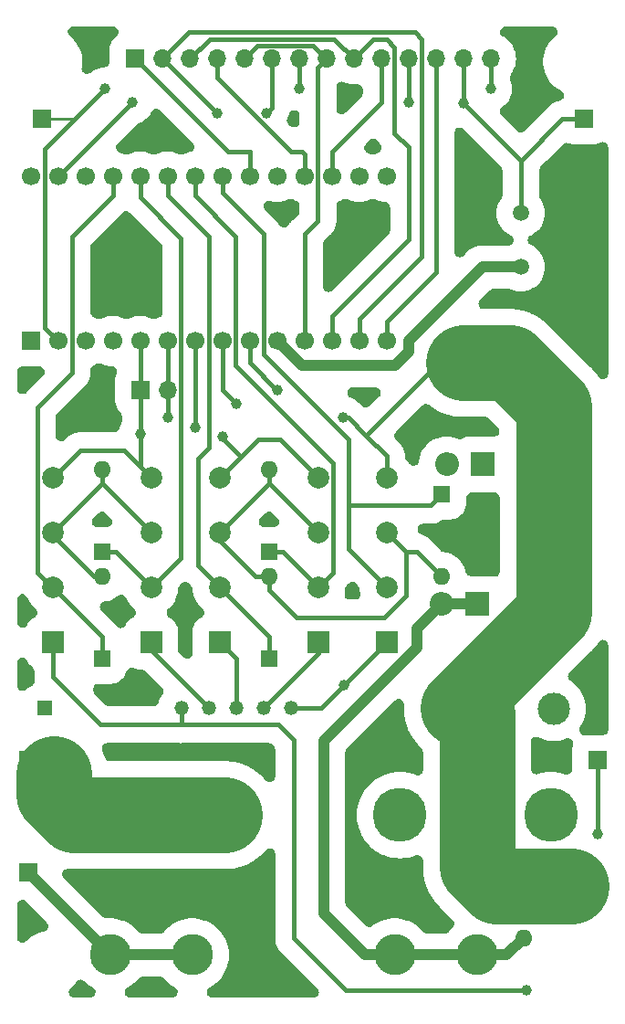
<source format=gbr>
%TF.GenerationSoftware,KiCad,Pcbnew,7.0.1*%
%TF.CreationDate,2023-03-20T12:44:14-07:00*%
%TF.ProjectId,Bluetooth Multimeter,426c7565-746f-46f7-9468-204d756c7469,rev?*%
%TF.SameCoordinates,Original*%
%TF.FileFunction,Copper,L2,Bot*%
%TF.FilePolarity,Positive*%
%FSLAX46Y46*%
G04 Gerber Fmt 4.6, Leading zero omitted, Abs format (unit mm)*
G04 Created by KiCad (PCBNEW 7.0.1) date 2023-03-20 12:44:14*
%MOMM*%
%LPD*%
G01*
G04 APERTURE LIST*
%TA.AperFunction,ComponentPad*%
%ADD10C,1.600000*%
%TD*%
%TA.AperFunction,ComponentPad*%
%ADD11O,1.600000X1.600000*%
%TD*%
%TA.AperFunction,ComponentPad*%
%ADD12C,5.000000*%
%TD*%
%TA.AperFunction,ComponentPad*%
%ADD13C,3.810000*%
%TD*%
%TA.AperFunction,ComponentPad*%
%ADD14R,1.320000X1.320000*%
%TD*%
%TA.AperFunction,ComponentPad*%
%ADD15C,1.320000*%
%TD*%
%TA.AperFunction,ComponentPad*%
%ADD16R,2.000000X2.000000*%
%TD*%
%TA.AperFunction,ComponentPad*%
%ADD17C,2.000000*%
%TD*%
%TA.AperFunction,ComponentPad*%
%ADD18R,1.600000X1.600000*%
%TD*%
%TA.AperFunction,ComponentPad*%
%ADD19R,1.700000X1.700000*%
%TD*%
%TA.AperFunction,ComponentPad*%
%ADD20R,2.200000X2.200000*%
%TD*%
%TA.AperFunction,ComponentPad*%
%ADD21O,2.200000X2.200000*%
%TD*%
%TA.AperFunction,ComponentPad*%
%ADD22C,3.000000*%
%TD*%
%TA.AperFunction,ComponentPad*%
%ADD23O,1.700000X1.700000*%
%TD*%
%TA.AperFunction,ComponentPad*%
%ADD24C,1.500000*%
%TD*%
%TA.AperFunction,ComponentPad*%
%ADD25C,1.700000*%
%TD*%
%TA.AperFunction,ViaPad*%
%ADD26C,1.000000*%
%TD*%
%TA.AperFunction,Conductor*%
%ADD27C,0.400000*%
%TD*%
%TA.AperFunction,Conductor*%
%ADD28C,1.000000*%
%TD*%
%TA.AperFunction,Conductor*%
%ADD29C,7.000000*%
%TD*%
%TA.AperFunction,Conductor*%
%ADD30C,0.250000*%
%TD*%
G04 APERTURE END LIST*
D10*
%TO.P,R1,1*%
%TO.N,/Input Common*%
X167386000Y-135353000D03*
D11*
%TO.P,R1,2*%
%TO.N,/mA ADC In*%
X167386000Y-137893000D03*
%TD*%
D12*
%TO.P,F2,1*%
%TO.N,/A In*%
X125679200Y-126492000D03*
%TO.P,F2,2*%
X139674600Y-126492000D03*
%TO.P,F2,3*%
%TO.N,/A ADC In*%
X155930600Y-126492000D03*
%TO.P,F2,4*%
X169926000Y-126492000D03*
%TD*%
D13*
%TO.P,F1,1*%
%TO.N,/mA In*%
X129032000Y-139446000D03*
%TO.P,F1,2*%
X136652000Y-139446000D03*
%TO.P,F1,3*%
%TO.N,/mA ADC In*%
X155448000Y-139446000D03*
%TO.P,F1,4*%
X163068000Y-139446000D03*
%TD*%
D14*
%TO.P,RN1,1,9M*%
%TO.N,unconnected-(RN1-9M-Pad1)*%
X122936000Y-116586000D03*
D15*
%TO.P,RN1,2,900k*%
%TO.N,/V{slash}Ohm In*%
X135636000Y-116586000D03*
%TO.P,RN1,3,90k*%
%TO.N,Net-(K2-COM)*%
X138176000Y-116586000D03*
%TO.P,RN1,4,9k*%
%TO.N,Net-(K3-COM)*%
X140716000Y-116586000D03*
%TO.P,RN1,5,1k*%
%TO.N,Net-(K4-COM)*%
X143256000Y-116586000D03*
%TO.P,RN1,6,COM*%
%TO.N,/Ohm Vout*%
X145796000Y-116586000D03*
%TD*%
D16*
%TO.P,K3,1,COM*%
%TO.N,Net-(K3-COM)*%
X139192000Y-110490000D03*
D17*
%TO.P,K3,3,K*%
%TO.N,/High Range Control*%
X139192000Y-105410000D03*
%TO.P,K3,5,A*%
%TO.N,GND*%
X139192000Y-100330000D03*
%TO.P,K3,7,NO*%
%TO.N,/V{slash}Ohm ADC In*%
X139192000Y-95250000D03*
%TD*%
D18*
%TO.P,D6,1,K*%
%TO.N,/Med Range Control*%
X128270000Y-102108000D03*
D11*
%TO.P,D6,2,A*%
%TO.N,GND*%
X128270000Y-94488000D03*
%TD*%
D19*
%TO.P,J4,1,Pin_1*%
%TO.N,/A In*%
X121412000Y-121412000D03*
%TD*%
D20*
%TO.P,D2,1,K*%
%TO.N,/mA ADC In*%
X163068000Y-106934000D03*
D21*
%TO.P,D2,2,A*%
%TO.N,/Input Common*%
X163068000Y-117094000D03*
%TD*%
D19*
%TO.P,J7,1,Pin_1*%
%TO.N,GND*%
X172974000Y-61976000D03*
%TD*%
D18*
%TO.P,D9,1,K*%
%TO.N,/V{slash}Ohm Control*%
X159766000Y-96774000D03*
D11*
%TO.P,D9,2,A*%
%TO.N,GND*%
X159766000Y-104394000D03*
%TD*%
D16*
%TO.P,K5,1,COM*%
%TO.N,/Ohm Vout*%
X154686000Y-110490000D03*
D17*
%TO.P,K5,3,K*%
%TO.N,/V{slash}Ohm Control*%
X154686000Y-105410000D03*
%TO.P,K5,5,A*%
%TO.N,GND*%
X154686000Y-100330000D03*
%TO.P,K5,7,NO*%
%TO.N,/Input Common*%
X154686000Y-95250000D03*
%TD*%
D20*
%TO.P,D1,1,K*%
%TO.N,/Input Common*%
X159766000Y-117094000D03*
D21*
%TO.P,D1,2,A*%
%TO.N,/mA ADC In*%
X159766000Y-106934000D03*
%TD*%
D19*
%TO.P,J3,1,Pin_1*%
%TO.N,/mA In*%
X121412000Y-131826000D03*
%TD*%
D22*
%TO.P,R2,1*%
%TO.N,/A ADC In*%
X170180000Y-116616000D03*
%TO.P,R2,2*%
%TO.N,/Input Common*%
X170180000Y-88616000D03*
%TD*%
D19*
%TO.P,J1,1,Pin_1*%
%TO.N,/V{slash}Ohm In*%
X174244000Y-121412000D03*
%TD*%
%TO.P,J2,1,Pin_1*%
%TO.N,/Input Common*%
X173990000Y-132080000D03*
%TD*%
%TO.P,J6,1,Pin_1*%
%TO.N,+3.3V*%
X122682000Y-61976000D03*
%TD*%
D18*
%TO.P,D8,1,K*%
%TO.N,/UH Range Control*%
X143764000Y-102108000D03*
D11*
%TO.P,D8,2,A*%
%TO.N,GND*%
X143764000Y-94488000D03*
%TD*%
D18*
%TO.P,D7,1,K*%
%TO.N,/High Range Control*%
X143764000Y-112014000D03*
D11*
%TO.P,D7,2,A*%
%TO.N,GND*%
X143764000Y-104394000D03*
%TD*%
D16*
%TO.P,K1,1,COM*%
%TO.N,/V{slash}Ohm In*%
X123698000Y-110490000D03*
D17*
%TO.P,K1,3,K*%
%TO.N,/Low Range Control*%
X123698000Y-105410000D03*
%TO.P,K1,5,A*%
%TO.N,GND*%
X123698000Y-100330000D03*
%TO.P,K1,7,NO*%
%TO.N,/V{slash}Ohm ADC In*%
X123698000Y-95250000D03*
%TD*%
D19*
%TO.P,J5,1,Pin_1*%
%TO.N,/V{slash}Ohm ADC In*%
X131821000Y-87122000D03*
D23*
%TO.P,J5,2,Pin_2*%
%TO.N,/Input Common*%
X134361000Y-87122000D03*
%TD*%
D19*
%TO.P,DS1,1,T_IRQ*%
%TO.N,/TOUCH IRQ*%
X131318000Y-56388000D03*
D23*
%TO.P,DS1,2,T_DO(MISO)*%
%TO.N,/MISO*%
X133858000Y-56388000D03*
%TO.P,DS1,3,T_DIN(MOSI)*%
%TO.N,/MOSI*%
X136398000Y-56388000D03*
%TO.P,DS1,4,T_CS*%
%TO.N,/TOUCH CS*%
X138938000Y-56388000D03*
%TO.P,DS1,5,T_CLK(SCK)*%
%TO.N,/SCK*%
X141478000Y-56388000D03*
%TO.P,DS1,6,SDO(MISO)*%
%TO.N,/MISO*%
X144018000Y-56388000D03*
%TO.P,DS1,7,LED*%
%TO.N,+3.3V*%
X146558000Y-56388000D03*
%TO.P,DS1,8,SCK*%
%TO.N,/SCK*%
X149098000Y-56388000D03*
%TO.P,DS1,9,SDI(MOSI)*%
%TO.N,/MOSI*%
X151638000Y-56388000D03*
%TO.P,DS1,10,DC*%
%TO.N,/TFT DC*%
X154178000Y-56388000D03*
%TO.P,DS1,11,RESET*%
%TO.N,GND*%
X156718000Y-56388000D03*
%TO.P,DS1,12,CS*%
%TO.N,/TFT CS*%
X159258000Y-56388000D03*
%TO.P,DS1,13,GND*%
%TO.N,GND*%
X161798000Y-56388000D03*
%TO.P,DS1,14,VCC*%
%TO.N,+3.3V*%
X164338000Y-56388000D03*
%TD*%
D20*
%TO.P,D4,1,K*%
%TO.N,/A ADC In*%
X163576000Y-93980000D03*
D21*
%TO.P,D4,2,A*%
%TO.N,/Input Common*%
X163576000Y-83820000D03*
%TD*%
D24*
%TO.P,LS1,1*%
%TO.N,/Speaker Control*%
X167132000Y-75692000D03*
%TO.P,LS1,2*%
%TO.N,GND*%
X167132000Y-70692000D03*
%TD*%
D18*
%TO.P,D5,1,K*%
%TO.N,/Low Range Control*%
X128270000Y-112014000D03*
D11*
%TO.P,D5,2,A*%
%TO.N,GND*%
X128270000Y-104394000D03*
%TD*%
D19*
%TO.P,U1,1,Reset*%
%TO.N,unconnected-(U1-Reset-Pad1)*%
X121666000Y-82550000D03*
D25*
%TO.P,U1,2,3.3V*%
%TO.N,+3.3V*%
X124206000Y-82550000D03*
%TO.P,U1,3,Enable*%
%TO.N,unconnected-(U1-Enable-Pad3)*%
X126746000Y-82550000D03*
%TO.P,U1,4,VHI*%
%TO.N,unconnected-(U1-VHI-Pad4)*%
X129286000Y-82550000D03*
%TO.P,U1,5,A0/14*%
%TO.N,/V{slash}Ohm ADC In*%
X131826000Y-82550000D03*
%TO.P,U1,6,A1/15*%
%TO.N,/Input Common*%
X134366000Y-82550000D03*
%TO.P,U1,7,A2/16*%
%TO.N,/Ohm Vout*%
X136906000Y-82550000D03*
%TO.P,U1,8,A3/17*%
%TO.N,/mA ADC In*%
X139446000Y-82550000D03*
%TO.P,U1,9,A4/18*%
%TO.N,/A ADC In*%
X141986000Y-82550000D03*
%TO.P,U1,10,A5/19*%
%TO.N,/Speaker Control*%
X144526000Y-82550000D03*
%TO.P,U1,11,SCK/25*%
%TO.N,/SCK*%
X147066000Y-82550000D03*
%TO.P,U1,12,MOSI/24*%
%TO.N,/MOSI*%
X149606000Y-82550000D03*
%TO.P,U1,13,MISO/23*%
%TO.N,/MISO*%
X152146000Y-82550000D03*
%TO.P,U1,14,D2/2*%
%TO.N,/TFT CS*%
X154686000Y-82550000D03*
%TO.P,U1,15,RX/0*%
%TO.N,unconnected-(U1-RX{slash}0-Pad15)*%
X154686000Y-67310000D03*
%TO.P,U1,16,TX/1*%
%TO.N,unconnected-(U1-TX{slash}1-Pad16)*%
X152146000Y-67310000D03*
%TO.P,U1,17,SDA/21*%
%TO.N,/TFT DC*%
X149606000Y-67310000D03*
%TO.P,U1,18,SCL/22*%
%TO.N,/TOUCH CS*%
X147066000Y-67310000D03*
%TO.P,U1,19,D5/5!*%
%TO.N,unconnected-(U1-D5{slash}5!-Pad19)*%
X144526000Y-67310000D03*
%TO.P,U1,20,D7/7*%
%TO.N,/TOUCH IRQ*%
X141986000Y-67310000D03*
%TO.P,U1,21,D9/9*%
%TO.N,/V{slash}Ohm Control*%
X139446000Y-67310000D03*
%TO.P,U1,22,D10/10*%
%TO.N,/UH Range Control*%
X136906000Y-67310000D03*
%TO.P,U1,23,D11/11*%
%TO.N,/High Range Control*%
X134366000Y-67310000D03*
%TO.P,U1,24,D12/12*%
%TO.N,/Med Range Control*%
X131826000Y-67310000D03*
%TO.P,U1,25,D13/13*%
%TO.N,/Low Range Control*%
X129286000Y-67310000D03*
%TO.P,U1,26,VBUS*%
%TO.N,unconnected-(U1-VBUS-Pad26)*%
X126746000Y-67310000D03*
%TO.P,U1,27,GND*%
%TO.N,GND*%
X124206000Y-67310000D03*
%TO.P,U1,28,VBAT*%
%TO.N,unconnected-(U1-VBAT-Pad28)*%
X121666000Y-67310000D03*
%TD*%
D16*
%TO.P,K2,1,COM*%
%TO.N,Net-(K2-COM)*%
X132842000Y-110490000D03*
D17*
%TO.P,K2,3,K*%
%TO.N,/Med Range Control*%
X132842000Y-105410000D03*
%TO.P,K2,5,A*%
%TO.N,GND*%
X132842000Y-100330000D03*
%TO.P,K2,7,NO*%
%TO.N,/V{slash}Ohm ADC In*%
X132842000Y-95250000D03*
%TD*%
D16*
%TO.P,K4,1,COM*%
%TO.N,Net-(K4-COM)*%
X148336000Y-110490000D03*
D17*
%TO.P,K4,3,K*%
%TO.N,/UH Range Control*%
X148336000Y-105410000D03*
%TO.P,K4,5,A*%
%TO.N,GND*%
X148336000Y-100330000D03*
%TO.P,K4,7,NO*%
%TO.N,/V{slash}Ohm ADC In*%
X148336000Y-95250000D03*
%TD*%
D20*
%TO.P,D3,1,K*%
%TO.N,/Input Common*%
X160274000Y-83820000D03*
D21*
%TO.P,D3,2,A*%
%TO.N,/A ADC In*%
X160274000Y-93980000D03*
%TD*%
D26*
%TO.N,/V{slash}Ohm In*%
X174244000Y-128270000D03*
X167640000Y-142748000D03*
%TO.N,+3.3V*%
X164338000Y-59182000D03*
X146558000Y-59182000D03*
X128524000Y-59182000D03*
%TO.N,GND*%
X156718000Y-60452000D03*
X161798000Y-60492000D03*
X131064000Y-60452000D03*
%TO.N,/Input Common*%
X150622000Y-89660957D03*
X134361000Y-89657000D03*
%TO.N,/mA ADC In*%
X140716000Y-88392000D03*
%TO.N,/A ADC In*%
X144526000Y-87122000D03*
%TO.N,/MISO*%
X143510000Y-61468000D03*
X138938000Y-61468000D03*
%TO.N,/V{slash}Ohm ADC In*%
X131821000Y-91186000D03*
X139446000Y-91440000D03*
%TO.N,/Ohm Vout*%
X136892500Y-90561500D03*
X150749000Y-114427000D03*
%TD*%
D27*
%TO.N,/Ohm Vout*%
X150749000Y-114427000D02*
X154686000Y-110490000D01*
X148590000Y-116586000D02*
X145796000Y-116586000D01*
X150749000Y-114427000D02*
X148590000Y-116586000D01*
D28*
%TO.N,/mA ADC In*%
X157480000Y-109220000D02*
X159766000Y-106934000D01*
X157480000Y-110998000D02*
X157480000Y-109220000D01*
X148844000Y-135636000D02*
X148844000Y-119634000D01*
X152654000Y-139446000D02*
X148844000Y-135636000D01*
X155448000Y-139446000D02*
X152654000Y-139446000D01*
X148844000Y-119634000D02*
X157480000Y-110998000D01*
D27*
%TO.N,/V{slash}Ohm In*%
X174244000Y-128270000D02*
X174244000Y-121412000D01*
D29*
%TO.N,/Input Common*%
X163068000Y-131318000D02*
X164846000Y-133096000D01*
X164846000Y-133096000D02*
X171818000Y-133096000D01*
X163068000Y-128402125D02*
X163068000Y-131318000D01*
X163068000Y-117094000D02*
X163068000Y-128402125D01*
D28*
%TO.N,/mA ADC In*%
X165833000Y-139446000D02*
X167386000Y-137893000D01*
X163068000Y-139446000D02*
X165833000Y-139446000D01*
D27*
%TO.N,/V{slash}Ohm In*%
X144662000Y-118110000D02*
X135636000Y-118110000D01*
X146050000Y-137922000D02*
X146050000Y-119498000D01*
X150876000Y-142748000D02*
X146050000Y-137922000D01*
X167640000Y-142748000D02*
X150876000Y-142748000D01*
X146050000Y-119498000D02*
X144662000Y-118110000D01*
D28*
%TO.N,/mA ADC In*%
X163068000Y-139446000D02*
X155448000Y-139446000D01*
%TO.N,/mA In*%
X129032000Y-139446000D02*
X136652000Y-139446000D01*
X121412000Y-131826000D02*
X129032000Y-139446000D01*
D29*
%TO.N,/A In*%
X123818000Y-124630800D02*
X123818000Y-122682000D01*
X125679200Y-126492000D02*
X123818000Y-124630800D01*
X125679200Y-126492000D02*
X139674600Y-126492000D01*
D27*
%TO.N,/V{slash}Ohm In*%
X135636000Y-116586000D02*
X135636000Y-118110000D01*
X135636000Y-118110000D02*
X128113000Y-118110000D01*
%TO.N,Net-(K2-COM)*%
X138176000Y-116586000D02*
X132842000Y-111252000D01*
X132842000Y-111252000D02*
X132842000Y-110490000D01*
%TO.N,Net-(K3-COM)*%
X140716000Y-112014000D02*
X139192000Y-110490000D01*
X140716000Y-116586000D02*
X140716000Y-112014000D01*
%TO.N,Net-(K4-COM)*%
X148336000Y-111506000D02*
X148336000Y-110490000D01*
X143256000Y-116586000D02*
X148336000Y-111506000D01*
%TO.N,/V{slash}Ohm In*%
X128113000Y-118110000D02*
X123698000Y-113695000D01*
X123698000Y-113695000D02*
X123698000Y-110490000D01*
D30*
%TO.N,+3.3V*%
X122682000Y-61976000D02*
X125730000Y-61976000D01*
D27*
X122956000Y-81300000D02*
X124206000Y-82550000D01*
X128524000Y-59182000D02*
X125730000Y-61976000D01*
X122956000Y-64750000D02*
X122956000Y-81300000D01*
X146558000Y-56388000D02*
X146558000Y-59182000D01*
X164338000Y-56388000D02*
X164338000Y-59182000D01*
X125730000Y-61976000D02*
X122956000Y-64750000D01*
%TO.N,GND*%
X142494000Y-104394000D02*
X139192000Y-101092000D01*
X128270000Y-95758000D02*
X132842000Y-100330000D01*
X139192000Y-100330000D02*
X143764000Y-95758000D01*
X156464000Y-102108000D02*
X156464000Y-106172000D01*
X146304000Y-108204000D02*
X143764000Y-105664000D01*
X170982000Y-61976000D02*
X172974000Y-61976000D01*
X167132000Y-65826000D02*
X170982000Y-61976000D01*
X156718000Y-56388000D02*
X156718000Y-60452000D01*
X156464000Y-106172000D02*
X154432000Y-108204000D01*
X143764000Y-105664000D02*
X143764000Y-104394000D01*
X143764000Y-104394000D02*
X142494000Y-104394000D01*
X139192000Y-101092000D02*
X139192000Y-100330000D01*
X131064000Y-60452000D02*
X124206000Y-67310000D01*
X167132000Y-70692000D02*
X167132000Y-65826000D01*
X154686000Y-100330000D02*
X156464000Y-102108000D01*
X123698000Y-100330000D02*
X128270000Y-95758000D01*
X167132000Y-65826000D02*
X161798000Y-60492000D01*
X159766000Y-104394000D02*
X157480000Y-102108000D01*
X157480000Y-102108000D02*
X156464000Y-102108000D01*
X127508000Y-104394000D02*
X123698000Y-100584000D01*
X123698000Y-100584000D02*
X123698000Y-100330000D01*
X128270000Y-94488000D02*
X128270000Y-95758000D01*
X143764000Y-94488000D02*
X143764000Y-95758000D01*
X143764000Y-95758000D02*
X148336000Y-100330000D01*
X128270000Y-104394000D02*
X127508000Y-104394000D01*
X161798000Y-56388000D02*
X161798000Y-60492000D01*
X154432000Y-108204000D02*
X146304000Y-108204000D01*
D28*
%TO.N,/Speaker Control*%
X144526000Y-82550000D02*
X146812000Y-84836000D01*
X156718000Y-82550000D02*
X163576000Y-75692000D01*
X163576000Y-75692000D02*
X167132000Y-75692000D01*
X156718000Y-83566000D02*
X156718000Y-82550000D01*
X155448000Y-84836000D02*
X156718000Y-83566000D01*
X146812000Y-84836000D02*
X155448000Y-84836000D01*
D27*
%TO.N,/Input Common*%
X150622000Y-89660957D02*
X151128957Y-89660957D01*
X151128957Y-89660957D02*
X152781000Y-91313000D01*
X160274000Y-83820000D02*
X152781000Y-91313000D01*
D29*
X170180000Y-107696000D02*
X161290000Y-116586000D01*
D27*
X152781000Y-91313000D02*
X154686000Y-93218000D01*
X163576000Y-83820000D02*
X160274000Y-83820000D01*
D29*
X165862000Y-84582000D02*
X161798000Y-84582000D01*
D27*
X154686000Y-93218000D02*
X154686000Y-95250000D01*
X134361000Y-87122000D02*
X134361000Y-89657000D01*
X134361000Y-87122000D02*
X134361000Y-82555000D01*
X134361000Y-82555000D02*
X134366000Y-82550000D01*
D29*
X170180000Y-88616000D02*
X170180000Y-107696000D01*
X170180000Y-88616000D02*
X166146000Y-84582000D01*
X166146000Y-84582000D02*
X165862000Y-84582000D01*
D28*
%TO.N,/mA ADC In*%
X163068000Y-106934000D02*
X159766000Y-106934000D01*
D27*
X139446000Y-87122000D02*
X139446000Y-82550000D01*
X140716000Y-88392000D02*
X139446000Y-87122000D01*
%TO.N,/A ADC In*%
X144507250Y-87103250D02*
X141986000Y-84582000D01*
X141986000Y-84582000D02*
X141986000Y-82550000D01*
X144507250Y-87103250D02*
X144526000Y-87122000D01*
%TO.N,/TOUCH IRQ*%
X139954000Y-65024000D02*
X141986000Y-65024000D01*
X131318000Y-56388000D02*
X139954000Y-65024000D01*
X141986000Y-65024000D02*
X141986000Y-67310000D01*
%TO.N,/MISO*%
X136308000Y-53938000D02*
X133858000Y-56388000D01*
X157968000Y-74696000D02*
X157968000Y-54590000D01*
X152146000Y-80518000D02*
X157968000Y-74696000D01*
X143510000Y-61468000D02*
X144018000Y-60960000D01*
X157968000Y-54590000D02*
X157316000Y-53938000D01*
X133858000Y-56388000D02*
X138938000Y-61468000D01*
X152146000Y-82550000D02*
X152146000Y-80518000D01*
X144018000Y-60960000D02*
X144018000Y-56388000D01*
X157316000Y-53938000D02*
X136308000Y-53938000D01*
%TO.N,/MOSI*%
X138248000Y-54538000D02*
X136398000Y-56388000D01*
X155428000Y-55352000D02*
X154686000Y-54610000D01*
X155428000Y-63266000D02*
X155428000Y-55352000D01*
X154686000Y-54610000D02*
X153416000Y-54610000D01*
X149606000Y-82550000D02*
X149606000Y-80264000D01*
X156718000Y-64556000D02*
X155428000Y-63266000D01*
X156718000Y-73152000D02*
X156718000Y-64556000D01*
X149606000Y-80264000D02*
X156718000Y-73152000D01*
X149788000Y-54538000D02*
X138248000Y-54538000D01*
X151638000Y-56388000D02*
X149788000Y-54538000D01*
X153416000Y-54610000D02*
X151638000Y-56388000D01*
%TO.N,/TOUCH CS*%
X146812000Y-65024000D02*
X145793207Y-65024000D01*
X147066000Y-65278000D02*
X146812000Y-65024000D01*
X147066000Y-67310000D02*
X147066000Y-65278000D01*
X145793207Y-65024000D02*
X138938000Y-58168793D01*
X138938000Y-58168793D02*
X138938000Y-56388000D01*
%TO.N,/SCK*%
X148316000Y-57170000D02*
X149098000Y-56388000D01*
X147066000Y-82550000D02*
X147066000Y-72644000D01*
X149098000Y-56388000D02*
X147848000Y-55138000D01*
X142728000Y-55138000D02*
X141478000Y-56388000D01*
X147066000Y-72644000D02*
X148316000Y-71394000D01*
X148316000Y-71394000D02*
X148316000Y-57170000D01*
X147848000Y-55138000D02*
X142728000Y-55138000D01*
%TO.N,/TFT DC*%
X149606000Y-65024000D02*
X154178000Y-60452000D01*
X154178000Y-60452000D02*
X154178000Y-56388000D01*
X149606000Y-67310000D02*
X149606000Y-65024000D01*
%TO.N,/TFT CS*%
X159258000Y-76200000D02*
X154686000Y-80772000D01*
X154686000Y-80772000D02*
X154686000Y-82550000D01*
X159258000Y-56388000D02*
X159258000Y-76200000D01*
%TO.N,/V{slash}Ohm ADC In*%
X123698000Y-95250000D02*
X126238000Y-92710000D01*
X131821000Y-91694000D02*
X131821000Y-94229000D01*
X141154000Y-93288000D02*
X142748000Y-91694000D01*
X131821000Y-94229000D02*
X132842000Y-95250000D01*
X139446000Y-91580000D02*
X139446000Y-91440000D01*
X126238000Y-92710000D02*
X130302000Y-92710000D01*
X130302000Y-92710000D02*
X132842000Y-95250000D01*
X141154000Y-93288000D02*
X139446000Y-91580000D01*
X131821000Y-82555000D02*
X131826000Y-82550000D01*
X142748000Y-91694000D02*
X144780000Y-91694000D01*
X139192000Y-95250000D02*
X141154000Y-93288000D01*
X131821000Y-87122000D02*
X131821000Y-82555000D01*
X131821000Y-87122000D02*
X131821000Y-91694000D01*
X131821000Y-91694000D02*
X131821000Y-91186000D01*
X144780000Y-91694000D02*
X148336000Y-95250000D01*
%TO.N,/Low Range Control*%
X125496000Y-85465884D02*
X125496000Y-72878000D01*
X123698000Y-105410000D02*
X122298000Y-104010000D01*
X122298000Y-104010000D02*
X122298000Y-88663884D01*
X128270000Y-109982000D02*
X123698000Y-105410000D01*
X129286000Y-69088000D02*
X129286000Y-67310000D01*
X128270000Y-112014000D02*
X128270000Y-109982000D01*
X122298000Y-88663884D02*
X125496000Y-85465884D01*
X125496000Y-72878000D02*
X129286000Y-69088000D01*
%TO.N,/Med Range Control*%
X135616000Y-73005000D02*
X131826000Y-69215000D01*
X135616000Y-102636000D02*
X135616000Y-73005000D01*
X132842000Y-105410000D02*
X135616000Y-102636000D01*
X131826000Y-69215000D02*
X131826000Y-67310000D01*
X128270000Y-102108000D02*
X129540000Y-102108000D01*
X129540000Y-102108000D02*
X132842000Y-105410000D01*
%TO.N,/High Range Control*%
X143764000Y-112014000D02*
X143764000Y-109982000D01*
X138176000Y-92456000D02*
X138176000Y-72898000D01*
X137160000Y-93472000D02*
X138176000Y-92456000D01*
X143764000Y-109982000D02*
X139192000Y-105410000D01*
X138176000Y-72898000D02*
X134366000Y-69088000D01*
X139192000Y-105410000D02*
X137160000Y-103378000D01*
X137160000Y-103378000D02*
X137160000Y-93472000D01*
X134366000Y-69088000D02*
X134366000Y-67310000D01*
%TO.N,/UH Range Control*%
X148336000Y-105410000D02*
X149736000Y-104010000D01*
X143764000Y-102108000D02*
X145034000Y-102108000D01*
X149736000Y-104010000D02*
X149736000Y-93856000D01*
X140696000Y-72878000D02*
X136906000Y-69088000D01*
X149736000Y-93856000D02*
X140696000Y-84816000D01*
X140696000Y-84816000D02*
X140696000Y-72878000D01*
X145034000Y-102108000D02*
X148336000Y-105410000D01*
X136906000Y-69088000D02*
X136906000Y-67310000D01*
%TO.N,/Ohm Vout*%
X136892500Y-90561500D02*
X136906000Y-90548000D01*
X136906000Y-90548000D02*
X136906000Y-82550000D01*
%TO.N,/V{slash}Ohm Control*%
X151130000Y-91694000D02*
X143256000Y-83820000D01*
X143256000Y-72644000D02*
X139446000Y-68834000D01*
X151130000Y-97790000D02*
X151130000Y-91694000D01*
X158750000Y-97790000D02*
X151130000Y-97790000D01*
X151130000Y-101854000D02*
X151130000Y-97790000D01*
X143256000Y-83820000D02*
X143256000Y-72644000D01*
X154686000Y-105410000D02*
X151130000Y-101854000D01*
X139446000Y-68834000D02*
X139446000Y-67310000D01*
X159766000Y-96774000D02*
X158750000Y-97790000D01*
%TD*%
%TA.AperFunction,NonConductor*%
G36*
X129460231Y-53405325D02*
G01*
X129580053Y-53454667D01*
X129683129Y-53533198D01*
X129762510Y-53635621D01*
X129812840Y-53755031D01*
X129830728Y-53883373D01*
X129814966Y-54011994D01*
X129766617Y-54132220D01*
X129688941Y-54235942D01*
X129612580Y-54296141D01*
X129593108Y-54312632D01*
X129593106Y-54312634D01*
X129403350Y-54473350D01*
X129242634Y-54663106D01*
X129242632Y-54663108D01*
X129242632Y-54663109D01*
X129115345Y-54876724D01*
X129115343Y-54876727D01*
X129115344Y-54876727D01*
X129024950Y-55108386D01*
X128973919Y-55351763D01*
X128973919Y-55351767D01*
X128967500Y-55455158D01*
X128967500Y-56680084D01*
X128952000Y-56803490D01*
X128906462Y-56919229D01*
X128833715Y-57020111D01*
X128738280Y-57099869D01*
X128626084Y-57153548D01*
X128504099Y-57177813D01*
X128238567Y-57196804D01*
X127958957Y-57257629D01*
X127690835Y-57357634D01*
X127439684Y-57494773D01*
X127187261Y-57683735D01*
X127069043Y-57749351D01*
X126937550Y-57780821D01*
X126802435Y-57775836D01*
X126673619Y-57734761D01*
X126560557Y-57660612D01*
X126471552Y-57558833D01*
X126413138Y-57436896D01*
X126389603Y-57303753D01*
X126402673Y-57169186D01*
X126403923Y-57163914D01*
X126444500Y-56816759D01*
X126444500Y-56467241D01*
X126403923Y-56120086D01*
X126323319Y-55779989D01*
X126203777Y-55451549D01*
X126046913Y-55139207D01*
X125854849Y-54847189D01*
X125700388Y-54663109D01*
X125630183Y-54579441D01*
X125422852Y-54383835D01*
X125375953Y-54339588D01*
X125306332Y-54287757D01*
X125207944Y-54190633D01*
X125139980Y-54070235D01*
X125107661Y-53935810D01*
X125113468Y-53797676D01*
X125156956Y-53666437D01*
X125234785Y-53552169D01*
X125340982Y-53463642D01*
X125467394Y-53407653D01*
X125604317Y-53388500D01*
X129331745Y-53388500D01*
X129460231Y-53405325D01*
G37*
%TD.AperFunction*%
%TA.AperFunction,NonConductor*%
G36*
X150616846Y-58522995D02*
G01*
X150736197Y-58564053D01*
X150736559Y-58564231D01*
X150736573Y-58564238D01*
X151028341Y-58663280D01*
X151330540Y-58723391D01*
X151638000Y-58743543D01*
X151837250Y-58730483D01*
X151945865Y-58723365D01*
X152081183Y-58732976D01*
X152208913Y-58778679D01*
X152319613Y-58857095D01*
X152405101Y-58962429D01*
X152459060Y-59086896D01*
X152477500Y-59221297D01*
X152477500Y-59540938D01*
X152460497Y-59670089D01*
X152410647Y-59790438D01*
X152331346Y-59893784D01*
X150868346Y-61356784D01*
X150765000Y-61436085D01*
X150644651Y-61485935D01*
X150515500Y-61502938D01*
X150386349Y-61485935D01*
X150266000Y-61436085D01*
X150162654Y-61356784D01*
X150083353Y-61253438D01*
X150033503Y-61133089D01*
X150016500Y-61003938D01*
X150016500Y-59011595D01*
X150032462Y-58886393D01*
X150079328Y-58769200D01*
X150154099Y-58667516D01*
X150251992Y-58587845D01*
X150366743Y-58535284D01*
X150491011Y-58513196D01*
X150616846Y-58522995D01*
G37*
%TD.AperFunction*%
%TA.AperFunction,NonConductor*%
G36*
X146219760Y-61155708D02*
G01*
X146222524Y-61156309D01*
X146349334Y-61202566D01*
X146459106Y-61281117D01*
X146543809Y-61386217D01*
X146597243Y-61510173D01*
X146615500Y-61643915D01*
X146615500Y-62236731D01*
X146598497Y-62365882D01*
X146548647Y-62486231D01*
X146469346Y-62589577D01*
X146366000Y-62668878D01*
X146245651Y-62718728D01*
X146116500Y-62735731D01*
X145987349Y-62718728D01*
X145867000Y-62668878D01*
X145763654Y-62589577D01*
X145586435Y-62412358D01*
X145510134Y-62314137D01*
X145460494Y-62200097D01*
X145440599Y-62077323D01*
X145451683Y-61953451D01*
X145459776Y-61916246D01*
X145484873Y-61834983D01*
X145523413Y-61759152D01*
X145531637Y-61745904D01*
X145557999Y-61683946D01*
X145569979Y-61657893D01*
X145576900Y-61643915D01*
X145599859Y-61597547D01*
X145607444Y-61573579D01*
X145624029Y-61528756D01*
X145648868Y-61470380D01*
X145649757Y-61470758D01*
X145677020Y-61401901D01*
X145752376Y-61299192D01*
X145851281Y-61218910D01*
X145967291Y-61166287D01*
X146092845Y-61144751D01*
X146219760Y-61155708D01*
G37*
%TD.AperFunction*%
%TA.AperFunction,NonConductor*%
G36*
X170188606Y-53407653D02*
G01*
X170315018Y-53463642D01*
X170421215Y-53552169D01*
X170499044Y-53666437D01*
X170542532Y-53797676D01*
X170548339Y-53935810D01*
X170516020Y-54070235D01*
X170448056Y-54190633D01*
X170349667Y-54287757D01*
X170316253Y-54312634D01*
X170280042Y-54339592D01*
X170025816Y-54579441D01*
X169801152Y-54847187D01*
X169609085Y-55139208D01*
X169452224Y-55451546D01*
X169332681Y-55779987D01*
X169252076Y-56120089D01*
X169211500Y-56467242D01*
X169211500Y-56816758D01*
X169252076Y-57163910D01*
X169332681Y-57504012D01*
X169452224Y-57832453D01*
X169609085Y-58144791D01*
X169801152Y-58436812D01*
X170025816Y-58704558D01*
X170280047Y-58944413D01*
X170370289Y-59011595D01*
X170560404Y-59153130D01*
X170863096Y-59327889D01*
X170863101Y-59327891D01*
X170888266Y-59342420D01*
X170886593Y-59345316D01*
X170957124Y-59387643D01*
X171048861Y-59483455D01*
X171112112Y-59600052D01*
X171142409Y-59729194D01*
X171137611Y-59861755D01*
X171098056Y-59988368D01*
X171026540Y-60100087D01*
X171007337Y-60122760D01*
X170930661Y-60195886D01*
X170840273Y-60251175D01*
X170740250Y-60286133D01*
X170656081Y-60305828D01*
X170628007Y-60311552D01*
X170561659Y-60323107D01*
X170537837Y-60331151D01*
X170491907Y-60344247D01*
X170467409Y-60349980D01*
X170404964Y-60375147D01*
X170378081Y-60385095D01*
X170314269Y-60406643D01*
X170291946Y-60418233D01*
X170248563Y-60438182D01*
X170225234Y-60447584D01*
X170167336Y-60482005D01*
X170142289Y-60495938D01*
X170082533Y-60526964D01*
X170062244Y-60541824D01*
X170022414Y-60568162D01*
X170000792Y-60581016D01*
X169948840Y-60623861D01*
X169926214Y-60641454D01*
X169871876Y-60681252D01*
X169854091Y-60699037D01*
X169818753Y-60731143D01*
X169799348Y-60747146D01*
X169754541Y-60797423D01*
X169734862Y-60818266D01*
X167484845Y-63068283D01*
X167381499Y-63147584D01*
X167261150Y-63197434D01*
X167131999Y-63214437D01*
X167002848Y-63197434D01*
X166882499Y-63147584D01*
X166779153Y-63068283D01*
X165347865Y-61636995D01*
X165272868Y-61540959D01*
X165223383Y-61429610D01*
X165202360Y-61309587D01*
X165211053Y-61188047D01*
X165248943Y-61072238D01*
X165313771Y-60969064D01*
X165401672Y-60884679D01*
X165422315Y-60869226D01*
X165651395Y-60697739D01*
X165853739Y-60495395D01*
X166025226Y-60266315D01*
X166162367Y-60015161D01*
X166262369Y-59747046D01*
X166266253Y-59729194D01*
X166307205Y-59540938D01*
X166323196Y-59467428D01*
X166343610Y-59182000D01*
X166323196Y-58896572D01*
X166289907Y-58743543D01*
X166262370Y-58616957D01*
X166242706Y-58564237D01*
X166162367Y-58348839D01*
X166149895Y-58315400D01*
X166151381Y-58314845D01*
X166120645Y-58234101D01*
X166108271Y-58099248D01*
X166132611Y-57966033D01*
X166191873Y-57844269D01*
X166206772Y-57821970D01*
X166206778Y-57821964D01*
X166377960Y-57565772D01*
X166514238Y-57289427D01*
X166613280Y-56997659D01*
X166673391Y-56695460D01*
X166693543Y-56388000D01*
X166673391Y-56080540D01*
X166613280Y-55778341D01*
X166514238Y-55486573D01*
X166377960Y-55210229D01*
X166377959Y-55210228D01*
X166206780Y-54954038D01*
X166113073Y-54847187D01*
X166003620Y-54722380D01*
X165771964Y-54519222D01*
X165515772Y-54348040D01*
X165489408Y-54335038D01*
X165378650Y-54260508D01*
X165291615Y-54159276D01*
X165234535Y-54038591D01*
X165211496Y-53907092D01*
X165224146Y-53774190D01*
X165271581Y-53649398D01*
X165350405Y-53541650D01*
X165454975Y-53458656D01*
X165577808Y-53406359D01*
X165710111Y-53388500D01*
X170051683Y-53388500D01*
X170188606Y-53407653D01*
G37*
%TD.AperFunction*%
%TA.AperFunction,NonConductor*%
G36*
X133458349Y-61030177D02*
G01*
X133580508Y-61080048D01*
X133685325Y-61160195D01*
X136690091Y-64164961D01*
X136771418Y-64271851D01*
X136821290Y-64396559D01*
X136836095Y-64530052D01*
X136814759Y-64662658D01*
X136758828Y-64784770D01*
X136672354Y-64887540D01*
X136561603Y-64963525D01*
X136434597Y-65007218D01*
X136296343Y-65034719D01*
X136004573Y-65133761D01*
X135856701Y-65206684D01*
X135749311Y-65245109D01*
X135636000Y-65258144D01*
X135522689Y-65245109D01*
X135415299Y-65206684D01*
X135267426Y-65133761D01*
X134975662Y-65034721D01*
X134975661Y-65034720D01*
X134975659Y-65034720D01*
X134874472Y-65014592D01*
X134673459Y-64974608D01*
X134366000Y-64954457D01*
X134058540Y-64974608D01*
X133807614Y-65024521D01*
X133756341Y-65034720D01*
X133756339Y-65034720D01*
X133756337Y-65034721D01*
X133464573Y-65133761D01*
X133316701Y-65206684D01*
X133209311Y-65245109D01*
X133096000Y-65258144D01*
X132982689Y-65245109D01*
X132875299Y-65206684D01*
X132727426Y-65133761D01*
X132435662Y-65034721D01*
X132435661Y-65034720D01*
X132435659Y-65034720D01*
X132334472Y-65014592D01*
X132133459Y-64974608D01*
X131826000Y-64954457D01*
X131518540Y-64974608D01*
X131267614Y-65024521D01*
X131216341Y-65034720D01*
X131216339Y-65034720D01*
X131216337Y-65034721D01*
X130924573Y-65133761D01*
X130776701Y-65206684D01*
X130669311Y-65245109D01*
X130556000Y-65258144D01*
X130442689Y-65245109D01*
X130335299Y-65206684D01*
X130187427Y-65133762D01*
X129901856Y-65036823D01*
X129788428Y-64981462D01*
X129692520Y-64899412D01*
X129620266Y-64795923D01*
X129576290Y-64677615D01*
X129563405Y-64552058D01*
X129582436Y-64427285D01*
X129632164Y-64311278D01*
X129709405Y-64211463D01*
X131417454Y-62503414D01*
X131500515Y-62436479D01*
X131595913Y-62388727D01*
X131629046Y-62376369D01*
X131897161Y-62276367D01*
X132148315Y-62139226D01*
X132377395Y-61967739D01*
X132579739Y-61765395D01*
X132751226Y-61536315D01*
X132888367Y-61285161D01*
X132888368Y-61285157D01*
X132894517Y-61273897D01*
X132972508Y-61167466D01*
X133075668Y-61085198D01*
X133196785Y-61032845D01*
X133327389Y-61014067D01*
X133458349Y-61030177D01*
G37*
%TD.AperFunction*%
%TA.AperFunction,NonConductor*%
G36*
X153593361Y-63789906D02*
G01*
X153713279Y-63838430D01*
X153816695Y-63916148D01*
X153896656Y-64017839D01*
X153934000Y-64080656D01*
X153947932Y-64105700D01*
X153952670Y-64114825D01*
X153978964Y-64165465D01*
X153993820Y-64185750D01*
X154020161Y-64225583D01*
X154033016Y-64247206D01*
X154075863Y-64299161D01*
X154093468Y-64321804D01*
X154106344Y-64339385D01*
X154170039Y-64456492D01*
X154200457Y-64586285D01*
X154195425Y-64719499D01*
X154155303Y-64846627D01*
X154082955Y-64958596D01*
X153983544Y-65047414D01*
X153864166Y-65106743D01*
X153784574Y-65133761D01*
X153636701Y-65206684D01*
X153529311Y-65245109D01*
X153416000Y-65258144D01*
X153302689Y-65245109D01*
X153195299Y-65206684D01*
X153047428Y-65133762D01*
X152951485Y-65101194D01*
X152838058Y-65045833D01*
X152742149Y-64963784D01*
X152669895Y-64860294D01*
X152625919Y-64741987D01*
X152613034Y-64616430D01*
X152632065Y-64491656D01*
X152681793Y-64375649D01*
X152759033Y-64275836D01*
X153114889Y-63919980D01*
X153217441Y-63841141D01*
X153336821Y-63791309D01*
X153465000Y-63773839D01*
X153593361Y-63789906D01*
G37*
%TD.AperFunction*%
%TA.AperFunction,NonConductor*%
G36*
X145909312Y-69374891D02*
G01*
X146016697Y-69413314D01*
X146164573Y-69486238D01*
X146276903Y-69524369D01*
X146388274Y-69578388D01*
X146482926Y-69658163D01*
X146555029Y-69758782D01*
X146600146Y-69874054D01*
X146615500Y-69996885D01*
X146615500Y-70482937D01*
X146598497Y-70612088D01*
X146548646Y-70732438D01*
X146469346Y-70835784D01*
X145967988Y-71337140D01*
X145940527Y-71361146D01*
X145855341Y-71449659D01*
X145848654Y-71456474D01*
X145817482Y-71487646D01*
X145816193Y-71489150D01*
X145796931Y-71510351D01*
X145750221Y-71558886D01*
X145735750Y-71579460D01*
X145706435Y-71617162D01*
X145690066Y-71636252D01*
X145654545Y-71693477D01*
X145638737Y-71717382D01*
X145577966Y-71803783D01*
X145576723Y-71802909D01*
X145529771Y-71871912D01*
X145424829Y-71959937D01*
X145299907Y-72016113D01*
X145164417Y-72036206D01*
X145028568Y-72018704D01*
X144902595Y-71964924D01*
X144795991Y-71878919D01*
X144716788Y-71767169D01*
X144705037Y-71744536D01*
X144690186Y-71724260D01*
X144663829Y-71684401D01*
X144650983Y-71662793D01*
X144608141Y-71610845D01*
X144590550Y-71588220D01*
X144550752Y-71533881D01*
X144532968Y-71516097D01*
X144500842Y-71480737D01*
X144484854Y-71461350D01*
X144479383Y-71456474D01*
X144434576Y-71416542D01*
X144413746Y-71396875D01*
X143439011Y-70422140D01*
X143354370Y-70309307D01*
X143304685Y-70177297D01*
X143293925Y-70036657D01*
X143322951Y-69898625D01*
X143389442Y-69774230D01*
X143488086Y-69673410D01*
X143611001Y-69604222D01*
X143748367Y-69572193D01*
X143889208Y-69579882D01*
X143916334Y-69585277D01*
X143916341Y-69585280D01*
X144218540Y-69645391D01*
X144526000Y-69665543D01*
X144833460Y-69645391D01*
X145135659Y-69585280D01*
X145427427Y-69486238D01*
X145575302Y-69413314D01*
X145682688Y-69374891D01*
X145796000Y-69361855D01*
X145909312Y-69374891D01*
G37*
%TD.AperFunction*%
%TA.AperFunction,NonConductor*%
G36*
X161586651Y-62780065D02*
G01*
X161707000Y-62829915D01*
X161810346Y-62909216D01*
X165285346Y-66384216D01*
X165364647Y-66487562D01*
X165414497Y-66607911D01*
X165431500Y-66737062D01*
X165431500Y-69034814D01*
X165421912Y-69132164D01*
X165393516Y-69225772D01*
X165347404Y-69312042D01*
X165178827Y-69564336D01*
X165048349Y-69828919D01*
X164953519Y-70108277D01*
X164895966Y-70397618D01*
X164881909Y-70612088D01*
X164876671Y-70692000D01*
X164895966Y-70986380D01*
X164953519Y-71275722D01*
X165048348Y-71555077D01*
X165178828Y-71819665D01*
X165342727Y-72064957D01*
X165342729Y-72064959D01*
X165537241Y-72286758D01*
X165690109Y-72420819D01*
X165759043Y-72481273D01*
X166004335Y-72645172D01*
X166205674Y-72744461D01*
X166320024Y-72822216D01*
X166408646Y-72928371D01*
X166464730Y-73054772D01*
X166483970Y-73191712D01*
X166464887Y-73328675D01*
X166408948Y-73455140D01*
X166320449Y-73561397D01*
X166206185Y-73639285D01*
X166205172Y-73639786D01*
X166097546Y-73678400D01*
X165983957Y-73691500D01*
X163432919Y-73691500D01*
X163379659Y-73699157D01*
X163344254Y-73702963D01*
X163290575Y-73706802D01*
X163237988Y-73718242D01*
X163202940Y-73724565D01*
X163149682Y-73732222D01*
X163098042Y-73747385D01*
X163063539Y-73756191D01*
X163010954Y-73767630D01*
X162960516Y-73786442D01*
X162926733Y-73797686D01*
X162875111Y-73812844D01*
X162826162Y-73835198D01*
X162793262Y-73848825D01*
X162742840Y-73867631D01*
X162695602Y-73893425D01*
X162663761Y-73909363D01*
X162614815Y-73931715D01*
X162569535Y-73960815D01*
X162538916Y-73978982D01*
X162491683Y-74004773D01*
X162448611Y-74037017D01*
X162419364Y-74057324D01*
X162374083Y-74086425D01*
X162333404Y-74121673D01*
X162305680Y-74144014D01*
X162262608Y-74176257D01*
X161976204Y-74462656D01*
X161976191Y-74462674D01*
X161810347Y-74628519D01*
X161707001Y-74707820D01*
X161586652Y-74757671D01*
X161457501Y-74774674D01*
X161328350Y-74757671D01*
X161208001Y-74707821D01*
X161104654Y-74628521D01*
X161025353Y-74525174D01*
X160975503Y-74404825D01*
X160958500Y-74275674D01*
X160958500Y-63262062D01*
X160975503Y-63132911D01*
X161025353Y-63012562D01*
X161104654Y-62909216D01*
X161208000Y-62829915D01*
X161328349Y-62780065D01*
X161457500Y-62763062D01*
X161586651Y-62780065D01*
G37*
%TD.AperFunction*%
%TA.AperFunction,NonConductor*%
G36*
X153529312Y-69374891D02*
G01*
X153636697Y-69413314D01*
X153784573Y-69486238D01*
X154076341Y-69585280D01*
X154378540Y-69645391D01*
X154551137Y-69656704D01*
X154673735Y-69680397D01*
X154786613Y-69733784D01*
X154882702Y-69813524D01*
X154955987Y-69914623D01*
X155001877Y-70030751D01*
X155017500Y-70154636D01*
X155017500Y-72240937D01*
X155000497Y-72370088D01*
X154950647Y-72490437D01*
X154871345Y-72593783D01*
X151984764Y-75480366D01*
X149618346Y-77846784D01*
X149515000Y-77926085D01*
X149394651Y-77975935D01*
X149265500Y-77992938D01*
X149136349Y-77975935D01*
X149016000Y-77926085D01*
X148912654Y-77846784D01*
X148833353Y-77743438D01*
X148783503Y-77623089D01*
X148766500Y-77493938D01*
X148766500Y-73555063D01*
X148783503Y-73425913D01*
X148833353Y-73305564D01*
X148912653Y-73202217D01*
X148999773Y-73115096D01*
X149414000Y-72700868D01*
X149441463Y-72676863D01*
X149450710Y-72667254D01*
X149450716Y-72667250D01*
X149526715Y-72588280D01*
X149533305Y-72581563D01*
X149564522Y-72550348D01*
X149565791Y-72548867D01*
X149585065Y-72527650D01*
X149631778Y-72479114D01*
X149646244Y-72458547D01*
X149675568Y-72420832D01*
X149691931Y-72401749D01*
X149727460Y-72344510D01*
X149743266Y-72320610D01*
X149781997Y-72265547D01*
X149781997Y-72265546D01*
X149781999Y-72265544D01*
X149793155Y-72243011D01*
X149816379Y-72201262D01*
X149829638Y-72179903D01*
X149856006Y-72117926D01*
X149867975Y-72091898D01*
X149897859Y-72031547D01*
X149905444Y-72007576D01*
X149922023Y-71962768D01*
X149931866Y-71939638D01*
X149948464Y-71874363D01*
X149956314Y-71846830D01*
X149976641Y-71782605D01*
X149978209Y-71772456D01*
X149980479Y-71757761D01*
X149990026Y-71710938D01*
X149991546Y-71704960D01*
X149996220Y-71686582D01*
X150002659Y-71619551D01*
X150006219Y-71591107D01*
X150008019Y-71579460D01*
X150016500Y-71524555D01*
X150016500Y-71499412D01*
X150018787Y-71451689D01*
X150021191Y-71426666D01*
X150017324Y-71359453D01*
X150016500Y-71330790D01*
X150016500Y-70010464D01*
X150031854Y-69887634D01*
X150076970Y-69772362D01*
X150149073Y-69671743D01*
X150243724Y-69591968D01*
X150355101Y-69537946D01*
X150377691Y-69530277D01*
X150507427Y-69486238D01*
X150655302Y-69413314D01*
X150762688Y-69374891D01*
X150876000Y-69361855D01*
X150989312Y-69374891D01*
X151096697Y-69413314D01*
X151244573Y-69486238D01*
X151536341Y-69585280D01*
X151838540Y-69645391D01*
X152146000Y-69665543D01*
X152453460Y-69645391D01*
X152755659Y-69585280D01*
X153047427Y-69486238D01*
X153195302Y-69413314D01*
X153302688Y-69374891D01*
X153416000Y-69361855D01*
X153529312Y-69374891D01*
G37*
%TD.AperFunction*%
%TA.AperFunction,NonConductor*%
G36*
X130621650Y-70510064D02*
G01*
X130741999Y-70559914D01*
X130845345Y-70639215D01*
X133769346Y-73563216D01*
X133848647Y-73666562D01*
X133898497Y-73786911D01*
X133915500Y-73916062D01*
X133915500Y-79863115D01*
X133900146Y-79985946D01*
X133855029Y-80101218D01*
X133782926Y-80201837D01*
X133688274Y-80281612D01*
X133576903Y-80335630D01*
X133526499Y-80352741D01*
X133464568Y-80373763D01*
X133316701Y-80446684D01*
X133209311Y-80485109D01*
X133096000Y-80498144D01*
X132982689Y-80485109D01*
X132875299Y-80446684D01*
X132727426Y-80373761D01*
X132435662Y-80274721D01*
X132435661Y-80274720D01*
X132435659Y-80274720D01*
X132334472Y-80254592D01*
X132133459Y-80214608D01*
X131826000Y-80194457D01*
X131518540Y-80214608D01*
X131298538Y-80258370D01*
X131216341Y-80274720D01*
X131216339Y-80274720D01*
X131216337Y-80274721D01*
X130924573Y-80373761D01*
X130776701Y-80446684D01*
X130669311Y-80485109D01*
X130556000Y-80498144D01*
X130442689Y-80485109D01*
X130335299Y-80446684D01*
X130187426Y-80373761D01*
X129895662Y-80274721D01*
X129895661Y-80274720D01*
X129895659Y-80274720D01*
X129794472Y-80254592D01*
X129593459Y-80214608D01*
X129286000Y-80194457D01*
X128978540Y-80214608D01*
X128758538Y-80258370D01*
X128676341Y-80274720D01*
X128676339Y-80274720D01*
X128676337Y-80274721D01*
X128384573Y-80373761D01*
X128236701Y-80446684D01*
X128129311Y-80485109D01*
X128016000Y-80498144D01*
X127902689Y-80485109D01*
X127795299Y-80446684D01*
X127647431Y-80373763D01*
X127615538Y-80362937D01*
X127535096Y-80335630D01*
X127423726Y-80281612D01*
X127329074Y-80201837D01*
X127256971Y-80101218D01*
X127211854Y-79985946D01*
X127196500Y-79863115D01*
X127196500Y-73789062D01*
X127213503Y-73659911D01*
X127263353Y-73539562D01*
X127342654Y-73436216D01*
X128036911Y-72741959D01*
X130139657Y-70639211D01*
X130242999Y-70559914D01*
X130363348Y-70510064D01*
X130492499Y-70493061D01*
X130621650Y-70510064D01*
G37*
%TD.AperFunction*%
%TA.AperFunction,NonConductor*%
G36*
X174885994Y-64112137D02*
G01*
X175007516Y-64161373D01*
X175112018Y-64240564D01*
X175192284Y-64344241D01*
X175242774Y-64465248D01*
X175260000Y-64595229D01*
X175260000Y-85569836D01*
X175243477Y-85697183D01*
X175195001Y-85816096D01*
X175117783Y-85918701D01*
X175016938Y-85998201D01*
X174899142Y-86049333D01*
X174772198Y-86068710D01*
X174644513Y-86055049D01*
X174524541Y-86009254D01*
X174420230Y-85934359D01*
X174338486Y-85835322D01*
X174294565Y-85765423D01*
X174270697Y-85734075D01*
X174251264Y-85706686D01*
X174229571Y-85673823D01*
X174229570Y-85673822D01*
X174229567Y-85673817D01*
X174127968Y-85546416D01*
X174121184Y-85537710D01*
X174022477Y-85408072D01*
X173995902Y-85378998D01*
X173974088Y-85353457D01*
X173949529Y-85322661D01*
X173943245Y-85316088D01*
X173836929Y-85204890D01*
X173829331Y-85196763D01*
X173795241Y-85159467D01*
X173759557Y-85123783D01*
X173751728Y-85115777D01*
X173639140Y-84998019D01*
X173609463Y-84972091D01*
X173584929Y-84949155D01*
X169812836Y-81177061D01*
X169789899Y-81152526D01*
X169763979Y-81122858D01*
X169646246Y-81010294D01*
X169638236Y-81002461D01*
X169602532Y-80966756D01*
X169565245Y-80932675D01*
X169557063Y-80925027D01*
X169439339Y-80812471D01*
X169408528Y-80787899D01*
X169383014Y-80766108D01*
X169372019Y-80756059D01*
X169353929Y-80739524D01*
X169353924Y-80739520D01*
X169224352Y-80640862D01*
X169215523Y-80633982D01*
X169088186Y-80532435D01*
X169055319Y-80510740D01*
X169027927Y-80491304D01*
X168996578Y-80467435D01*
X168858683Y-80380790D01*
X168849271Y-80374728D01*
X168713338Y-80285000D01*
X168678630Y-80266322D01*
X168649619Y-80249427D01*
X168616272Y-80228474D01*
X168471150Y-80154530D01*
X168461232Y-80149336D01*
X168317819Y-80072162D01*
X168281599Y-80056681D01*
X168251199Y-80042460D01*
X168216083Y-80024568D01*
X168216076Y-80024565D01*
X168064925Y-79963933D01*
X168054584Y-79959650D01*
X167959157Y-79918863D01*
X167904821Y-79895639D01*
X167904818Y-79895638D01*
X167867351Y-79883463D01*
X167835796Y-79872022D01*
X167799236Y-79857357D01*
X167797323Y-79856782D01*
X167643220Y-79810507D01*
X167632561Y-79807175D01*
X167551925Y-79780975D01*
X167477658Y-79756845D01*
X167477654Y-79756844D01*
X167439246Y-79748077D01*
X167406787Y-79739509D01*
X167369054Y-79728178D01*
X167209452Y-79695499D01*
X167198554Y-79693140D01*
X167101821Y-79671062D01*
X167039771Y-79656900D01*
X167008011Y-79652598D01*
X167000728Y-79651611D01*
X166967640Y-79645989D01*
X166929040Y-79638086D01*
X166767171Y-79619847D01*
X166756066Y-79618469D01*
X166594691Y-79596610D01*
X166555341Y-79594843D01*
X166521866Y-79592209D01*
X166482717Y-79587798D01*
X166401553Y-79585976D01*
X166319899Y-79584143D01*
X166308719Y-79583767D01*
X166268052Y-79581941D01*
X166258223Y-79581500D01*
X166258222Y-79581500D01*
X166207688Y-79581500D01*
X166196491Y-79581374D01*
X166033688Y-79577719D01*
X165994379Y-79580370D01*
X165960815Y-79581500D01*
X163720326Y-79581500D01*
X163591175Y-79564497D01*
X163470826Y-79514647D01*
X163367480Y-79435346D01*
X163288179Y-79332000D01*
X163238329Y-79211651D01*
X163221326Y-79082500D01*
X163238329Y-78953349D01*
X163288179Y-78833000D01*
X163367480Y-78729654D01*
X164258480Y-77838654D01*
X164361826Y-77759353D01*
X164482175Y-77709503D01*
X164611326Y-77692500D01*
X165983956Y-77692500D01*
X166097266Y-77705535D01*
X166204656Y-77743960D01*
X166268918Y-77775650D01*
X166268921Y-77775651D01*
X166268923Y-77775652D01*
X166548278Y-77870481D01*
X166837620Y-77928034D01*
X167132000Y-77947329D01*
X167426380Y-77928034D01*
X167715722Y-77870481D01*
X167995077Y-77775652D01*
X168259665Y-77645172D01*
X168504957Y-77481273D01*
X168726758Y-77286758D01*
X168921273Y-77064957D01*
X169085172Y-76819665D01*
X169215652Y-76555077D01*
X169310481Y-76275722D01*
X169368034Y-75986380D01*
X169387329Y-75692000D01*
X169368034Y-75397620D01*
X169310481Y-75108278D01*
X169215652Y-74828923D01*
X169085172Y-74564336D01*
X168978591Y-74404825D01*
X168921275Y-74319045D01*
X168796056Y-74176261D01*
X168726758Y-74097242D01*
X168726755Y-74097240D01*
X168726754Y-74097238D01*
X168571193Y-73960815D01*
X168504957Y-73902727D01*
X168259665Y-73738828D01*
X168259663Y-73738827D01*
X168058326Y-73639538D01*
X167943920Y-73561733D01*
X167855276Y-73455504D01*
X167799209Y-73329017D01*
X167780029Y-73191997D01*
X167799210Y-73054977D01*
X167855278Y-72928491D01*
X167943923Y-72822263D01*
X168058320Y-72744464D01*
X168259665Y-72645172D01*
X168504957Y-72481273D01*
X168726758Y-72286758D01*
X168921273Y-72064957D01*
X169085172Y-71819665D01*
X169215652Y-71555077D01*
X169310481Y-71275722D01*
X169368034Y-70986380D01*
X169387329Y-70692000D01*
X169368034Y-70397620D01*
X169310481Y-70108278D01*
X169215652Y-69828923D01*
X169085172Y-69564336D01*
X169032988Y-69486237D01*
X168916596Y-69312042D01*
X168870484Y-69225772D01*
X168842088Y-69132164D01*
X168832500Y-69034814D01*
X168832500Y-66737062D01*
X168849503Y-66607911D01*
X168899353Y-66487562D01*
X168978654Y-66384216D01*
X169486834Y-65876036D01*
X171031864Y-64331004D01*
X171122221Y-64259469D01*
X171226587Y-64210569D01*
X171339387Y-64186917D01*
X171454605Y-64189775D01*
X171566094Y-64218991D01*
X171664967Y-64257570D01*
X171694386Y-64269050D01*
X171937763Y-64320081D01*
X172041158Y-64326500D01*
X173906842Y-64326500D01*
X174010237Y-64320081D01*
X174253614Y-64269050D01*
X174485273Y-64178656D01*
X174505573Y-64166559D01*
X174626046Y-64114825D01*
X174755842Y-64096256D01*
X174885994Y-64112137D01*
G37*
%TD.AperFunction*%
%TA.AperFunction,NonConductor*%
G36*
X122580972Y-84917503D02*
G01*
X122701321Y-84967353D01*
X122804667Y-85046654D01*
X122883968Y-85150000D01*
X122933818Y-85270349D01*
X122950821Y-85399500D01*
X122933818Y-85528651D01*
X122883968Y-85649000D01*
X122804667Y-85752346D01*
X121247846Y-87309167D01*
X121144500Y-87388468D01*
X121024151Y-87438318D01*
X120895000Y-87455321D01*
X120765849Y-87438318D01*
X120645500Y-87388468D01*
X120542154Y-87309167D01*
X120462853Y-87205821D01*
X120413003Y-87085472D01*
X120396000Y-86956321D01*
X120396000Y-85399500D01*
X120413003Y-85270349D01*
X120462853Y-85150000D01*
X120542154Y-85046654D01*
X120645500Y-84967353D01*
X120765849Y-84917503D01*
X120895000Y-84900500D01*
X122451821Y-84900500D01*
X122580972Y-84917503D01*
G37*
%TD.AperFunction*%
%TA.AperFunction,NonConductor*%
G36*
X153777089Y-86853503D02*
G01*
X153897438Y-86903353D01*
X154000784Y-86982654D01*
X154080085Y-87086000D01*
X154129935Y-87206349D01*
X154146938Y-87335500D01*
X154129935Y-87464651D01*
X154080085Y-87585000D01*
X154000784Y-87688346D01*
X153134881Y-88554248D01*
X153021814Y-88639017D01*
X152889516Y-88688689D01*
X152748598Y-88699280D01*
X152610362Y-88669942D01*
X152485895Y-88603026D01*
X152432273Y-88550252D01*
X152429813Y-88552809D01*
X152323297Y-88450298D01*
X152316473Y-88443603D01*
X152285302Y-88412432D01*
X152283808Y-88411151D01*
X152262598Y-88391881D01*
X152214072Y-88345180D01*
X152193502Y-88330711D01*
X152155795Y-88301393D01*
X152136706Y-88285026D01*
X152079480Y-88249504D01*
X152055573Y-88233694D01*
X151983967Y-88183328D01*
X151964010Y-88166545D01*
X151963965Y-88166606D01*
X151935397Y-88145220D01*
X151935395Y-88145218D01*
X151706315Y-87973731D01*
X151706311Y-87973728D01*
X151455164Y-87836591D01*
X151365205Y-87803038D01*
X151243408Y-87737095D01*
X151144429Y-87640213D01*
X151075892Y-87519856D01*
X151043079Y-87385297D01*
X151048517Y-87246901D01*
X151091786Y-87115331D01*
X151169554Y-87000722D01*
X151275830Y-86911905D01*
X151402426Y-86855721D01*
X151539588Y-86836500D01*
X153647938Y-86836500D01*
X153777089Y-86853503D01*
G37*
%TD.AperFunction*%
%TA.AperFunction,NonConductor*%
G36*
X128129310Y-84614890D02*
G01*
X128236701Y-84653316D01*
X128377011Y-84722509D01*
X128384573Y-84726238D01*
X128676341Y-84825280D01*
X128978540Y-84885391D01*
X129198448Y-84899804D01*
X129329228Y-84926253D01*
X129448326Y-84986413D01*
X129547224Y-85075983D01*
X129618851Y-85188557D01*
X129658086Y-85316088D01*
X129662123Y-85449457D01*
X129630675Y-85579127D01*
X129618345Y-85610724D01*
X129618344Y-85610727D01*
X129593726Y-85673817D01*
X129532922Y-85829645D01*
X129527950Y-85842386D01*
X129476919Y-86085763D01*
X129470500Y-86189158D01*
X129470500Y-88054842D01*
X129476919Y-88158237D01*
X129527950Y-88401614D01*
X129617678Y-88631567D01*
X129618345Y-88633275D01*
X129640194Y-88669942D01*
X129745634Y-88846894D01*
X129906350Y-89036650D01*
X129944006Y-89068543D01*
X130018428Y-89146913D01*
X130074231Y-89239472D01*
X130108795Y-89341875D01*
X130120500Y-89449319D01*
X130120500Y-89998631D01*
X130105000Y-90122037D01*
X130059462Y-90237775D01*
X129997645Y-90350986D01*
X129996632Y-90352841D01*
X129884159Y-90654393D01*
X129883828Y-90654269D01*
X129851318Y-90743370D01*
X129772764Y-90853129D01*
X129667669Y-90937819D01*
X129543720Y-90991246D01*
X129409988Y-91009500D01*
X126385689Y-91009500D01*
X126349287Y-91007055D01*
X126226512Y-91009408D01*
X126216953Y-91009500D01*
X126172821Y-91009500D01*
X126170840Y-91009652D01*
X126142229Y-91011022D01*
X126074892Y-91012312D01*
X126050100Y-91016629D01*
X126002734Y-91022557D01*
X125977663Y-91024482D01*
X125912077Y-91039829D01*
X125884007Y-91045552D01*
X125817659Y-91057107D01*
X125793837Y-91065151D01*
X125747907Y-91078247D01*
X125723411Y-91083979D01*
X125660962Y-91109148D01*
X125634083Y-91119094D01*
X125570266Y-91140644D01*
X125547935Y-91152238D01*
X125504554Y-91172186D01*
X125481236Y-91181584D01*
X125423346Y-91216000D01*
X125398300Y-91229932D01*
X125338533Y-91260964D01*
X125318256Y-91275816D01*
X125278416Y-91302161D01*
X125256794Y-91315015D01*
X125204831Y-91357868D01*
X125182208Y-91375458D01*
X125127877Y-91415251D01*
X125110094Y-91433034D01*
X125074751Y-91465144D01*
X125055350Y-91481144D01*
X125010541Y-91531423D01*
X124990863Y-91552265D01*
X124850344Y-91692784D01*
X124747001Y-91772083D01*
X124626652Y-91821934D01*
X124497501Y-91838937D01*
X124368350Y-91821934D01*
X124248001Y-91772084D01*
X124144654Y-91692784D01*
X124065354Y-91589437D01*
X124015503Y-91469088D01*
X123998500Y-91339937D01*
X123998500Y-89574946D01*
X124015503Y-89445795D01*
X124065353Y-89325446D01*
X124144654Y-89222100D01*
X124735538Y-88631216D01*
X126593996Y-86772756D01*
X126621465Y-86748745D01*
X126630710Y-86739138D01*
X126630716Y-86739134D01*
X126706715Y-86660164D01*
X126713305Y-86653447D01*
X126744522Y-86622232D01*
X126745791Y-86620751D01*
X126765065Y-86599534D01*
X126811778Y-86550998D01*
X126826244Y-86530431D01*
X126855568Y-86492716D01*
X126871931Y-86473633D01*
X126907460Y-86416394D01*
X126923266Y-86392494D01*
X126961997Y-86337431D01*
X126961997Y-86337430D01*
X126961999Y-86337428D01*
X126973155Y-86314895D01*
X126996379Y-86273146D01*
X127009638Y-86251787D01*
X127036006Y-86189810D01*
X127047975Y-86163782D01*
X127077859Y-86103431D01*
X127085444Y-86079460D01*
X127102023Y-86034652D01*
X127111866Y-86011522D01*
X127128464Y-85946247D01*
X127136319Y-85918701D01*
X127156641Y-85854489D01*
X127157080Y-85851644D01*
X127160479Y-85829645D01*
X127170026Y-85782822D01*
X127170245Y-85781957D01*
X127176220Y-85758466D01*
X127182659Y-85691435D01*
X127186219Y-85662991D01*
X127188381Y-85649000D01*
X127196500Y-85596439D01*
X127196500Y-85571296D01*
X127198787Y-85523573D01*
X127201191Y-85498550D01*
X127197324Y-85431337D01*
X127196500Y-85402674D01*
X127196500Y-85236885D01*
X127211854Y-85114054D01*
X127256971Y-84998782D01*
X127329074Y-84898163D01*
X127423726Y-84818388D01*
X127535096Y-84764369D01*
X127647427Y-84726238D01*
X127795300Y-84653315D01*
X127902686Y-84614891D01*
X128015998Y-84601855D01*
X128129310Y-84614890D01*
G37*
%TD.AperFunction*%
%TA.AperFunction,NonConductor*%
G36*
X158436163Y-88370866D02*
G01*
X158551457Y-88407614D01*
X158654515Y-88471034D01*
X158753851Y-88550252D01*
X158855817Y-88631567D01*
X158958398Y-88699280D01*
X159230666Y-88879003D01*
X159626179Y-89091837D01*
X160039176Y-89268360D01*
X160039178Y-89268360D01*
X160039179Y-89268361D01*
X160466342Y-89407155D01*
X160904226Y-89507099D01*
X161349307Y-89567389D01*
X161685777Y-89582500D01*
X163868033Y-89582500D01*
X163997184Y-89599503D01*
X164117533Y-89649353D01*
X164220875Y-89728650D01*
X165019883Y-90527657D01*
X165099181Y-90631000D01*
X165149031Y-90751349D01*
X165166034Y-90880500D01*
X165149031Y-91009651D01*
X165099181Y-91130000D01*
X165019880Y-91233346D01*
X164916534Y-91312647D01*
X164796185Y-91362497D01*
X164667034Y-91379500D01*
X162393158Y-91379500D01*
X162289763Y-91385919D01*
X162095061Y-91426743D01*
X162046385Y-91436950D01*
X161814723Y-91527345D01*
X161756554Y-91562007D01*
X161647304Y-91610446D01*
X161529670Y-91631520D01*
X161410400Y-91624020D01*
X161296332Y-91588376D01*
X161197831Y-91544044D01*
X160897476Y-91450450D01*
X160588033Y-91393742D01*
X160274000Y-91374747D01*
X159959966Y-91393742D01*
X159650523Y-91450450D01*
X159350165Y-91544045D01*
X159063281Y-91673161D01*
X158794045Y-91835920D01*
X158546395Y-92029941D01*
X158323941Y-92252395D01*
X158129920Y-92500045D01*
X157967161Y-92769281D01*
X157838045Y-93056165D01*
X157744451Y-93356522D01*
X157683098Y-93691310D01*
X157642170Y-93817215D01*
X157569573Y-93927926D01*
X157470419Y-94015650D01*
X157351685Y-94074212D01*
X157221731Y-94099491D01*
X157089703Y-94089706D01*
X156964894Y-94045546D01*
X156856091Y-93970120D01*
X156770952Y-93868738D01*
X156712944Y-93777332D01*
X156501135Y-93521300D01*
X156440084Y-93427944D01*
X156401297Y-93323359D01*
X156386712Y-93212777D01*
X156386590Y-93206423D01*
X156386500Y-93196953D01*
X156386500Y-93152829D01*
X156386351Y-93150890D01*
X156384976Y-93122219D01*
X156383687Y-93054896D01*
X156379374Y-93030128D01*
X156373440Y-92982720D01*
X156371516Y-92957656D01*
X156356169Y-92892076D01*
X156350447Y-92864017D01*
X156338893Y-92797657D01*
X156330848Y-92773832D01*
X156317749Y-92727894D01*
X156312021Y-92703414D01*
X156286836Y-92640926D01*
X156276898Y-92614064D01*
X156255357Y-92550270D01*
X156243775Y-92527964D01*
X156223809Y-92484546D01*
X156214414Y-92461234D01*
X156179999Y-92403346D01*
X156166061Y-92378288D01*
X156135038Y-92318538D01*
X156120186Y-92298260D01*
X156093829Y-92258401D01*
X156080983Y-92236793D01*
X156038141Y-92184845D01*
X156020550Y-92162220D01*
X155980752Y-92107881D01*
X155962967Y-92090096D01*
X155930842Y-92054737D01*
X155914854Y-92035350D01*
X155908785Y-92029941D01*
X155864576Y-91990542D01*
X155843746Y-91970875D01*
X155538716Y-91665845D01*
X155459415Y-91562499D01*
X155409565Y-91442150D01*
X155392562Y-91312999D01*
X155409565Y-91183848D01*
X155459415Y-91063499D01*
X155538716Y-90960153D01*
X156591130Y-89907739D01*
X157990551Y-88508317D01*
X158085856Y-88433761D01*
X158196310Y-88384336D01*
X158315414Y-88362952D01*
X158436163Y-88370866D01*
G37*
%TD.AperFunction*%
%TA.AperFunction,NonConductor*%
G36*
X128399149Y-98386564D02*
G01*
X128519499Y-98436414D01*
X128622845Y-98515715D01*
X129062784Y-98955654D01*
X129142085Y-99059000D01*
X129191935Y-99179349D01*
X129208938Y-99308500D01*
X129191935Y-99437651D01*
X129142085Y-99558000D01*
X129062784Y-99661346D01*
X128959438Y-99740647D01*
X128839089Y-99790497D01*
X128709938Y-99807500D01*
X127830062Y-99807500D01*
X127700911Y-99790497D01*
X127580562Y-99740647D01*
X127477216Y-99661347D01*
X127397916Y-99558000D01*
X127348065Y-99437651D01*
X127331062Y-99308501D01*
X127348065Y-99179350D01*
X127397915Y-99059001D01*
X127477215Y-98955655D01*
X127553284Y-98879585D01*
X127917159Y-98515709D01*
X128020498Y-98436415D01*
X128140848Y-98386564D01*
X128269998Y-98369561D01*
X128399149Y-98386564D01*
G37*
%TD.AperFunction*%
%TA.AperFunction,NonConductor*%
G36*
X143893149Y-98386564D02*
G01*
X144013499Y-98436414D01*
X144116845Y-98515715D01*
X144556784Y-98955654D01*
X144636085Y-99059000D01*
X144685935Y-99179349D01*
X144702938Y-99308500D01*
X144685935Y-99437651D01*
X144636085Y-99558000D01*
X144556784Y-99661346D01*
X144453438Y-99740647D01*
X144333089Y-99790497D01*
X144203938Y-99807500D01*
X143324062Y-99807500D01*
X143194911Y-99790497D01*
X143074562Y-99740647D01*
X142971216Y-99661347D01*
X142891916Y-99558000D01*
X142842065Y-99437651D01*
X142825062Y-99308501D01*
X142842065Y-99179350D01*
X142891915Y-99059001D01*
X142971215Y-98955655D01*
X143047284Y-98879585D01*
X143411159Y-98515709D01*
X143514498Y-98436415D01*
X143634848Y-98386564D01*
X143763998Y-98369561D01*
X143893149Y-98386564D01*
G37*
%TD.AperFunction*%
%TA.AperFunction,NonConductor*%
G36*
X164809651Y-96597503D02*
G01*
X164930000Y-96647353D01*
X165033346Y-96726654D01*
X165112647Y-96830000D01*
X165162497Y-96950349D01*
X165179500Y-97079500D01*
X165179500Y-103898478D01*
X165163499Y-104023830D01*
X165116522Y-104141142D01*
X165041582Y-104242892D01*
X164943485Y-104322554D01*
X164828522Y-104375018D01*
X164704066Y-104396921D01*
X164578098Y-104386858D01*
X164354237Y-104339919D01*
X164250842Y-104333500D01*
X162509054Y-104333500D01*
X162373605Y-104314765D01*
X162248328Y-104259968D01*
X162142628Y-104173222D01*
X162064442Y-104061042D01*
X162019642Y-103931851D01*
X162015702Y-103912042D01*
X161992880Y-103797309D01*
X161895945Y-103511748D01*
X161895944Y-103511745D01*
X161762568Y-103241285D01*
X161762566Y-103241282D01*
X161595025Y-102990539D01*
X161454674Y-102830500D01*
X161396189Y-102763810D01*
X161169463Y-102564977D01*
X161169464Y-102564977D01*
X161169461Y-102564975D01*
X160918718Y-102397434D01*
X160918719Y-102397434D01*
X160918714Y-102397431D01*
X160648254Y-102264055D01*
X160362693Y-102167120D01*
X160163696Y-102127537D01*
X160066920Y-102108287D01*
X160066918Y-102108286D01*
X160066914Y-102108286D01*
X160059813Y-102107821D01*
X159942398Y-102085794D01*
X159833583Y-102036491D01*
X159739606Y-101962736D01*
X158786873Y-101010003D01*
X158762856Y-100982529D01*
X158674340Y-100897341D01*
X158667516Y-100890646D01*
X158636345Y-100859475D01*
X158634851Y-100858194D01*
X158613641Y-100838924D01*
X158565115Y-100792223D01*
X158544545Y-100777754D01*
X158506838Y-100748436D01*
X158487748Y-100732068D01*
X158456777Y-100712843D01*
X158430523Y-100696546D01*
X158406615Y-100680737D01*
X158351542Y-100641999D01*
X158329006Y-100630841D01*
X158287267Y-100607623D01*
X158265903Y-100594362D01*
X158203945Y-100568000D01*
X158177896Y-100556022D01*
X158117547Y-100526141D01*
X158117544Y-100526140D01*
X158093574Y-100518554D01*
X158048769Y-100501975D01*
X158025638Y-100492133D01*
X157960373Y-100475536D01*
X157932816Y-100467679D01*
X157925131Y-100465247D01*
X157798063Y-100404144D01*
X157693157Y-100309933D01*
X157618794Y-100190139D01*
X157580909Y-100054324D01*
X157582527Y-99913334D01*
X157623520Y-99778426D01*
X157700614Y-99660370D01*
X157807655Y-99568592D01*
X157936095Y-99510421D01*
X158075680Y-99490500D01*
X158602310Y-99490500D01*
X158638720Y-99492944D01*
X158652040Y-99492688D01*
X158652042Y-99492689D01*
X158761487Y-99490591D01*
X158771047Y-99490500D01*
X158815175Y-99490500D01*
X158815177Y-99490500D01*
X158817120Y-99490350D01*
X158845775Y-99488976D01*
X158913104Y-99487687D01*
X158937869Y-99483374D01*
X158985274Y-99477440D01*
X159010344Y-99475516D01*
X159075929Y-99460167D01*
X159104001Y-99454444D01*
X159170343Y-99442893D01*
X159170342Y-99442893D01*
X159194156Y-99434852D01*
X159240110Y-99421748D01*
X159264586Y-99416021D01*
X159327054Y-99390843D01*
X159353902Y-99380909D01*
X159417729Y-99359357D01*
X159440049Y-99347767D01*
X159483448Y-99327811D01*
X159506766Y-99318414D01*
X159564681Y-99283982D01*
X159589689Y-99270072D01*
X159649465Y-99239036D01*
X159669743Y-99224184D01*
X159709591Y-99197833D01*
X159731208Y-99184982D01*
X159731212Y-99184978D01*
X159745554Y-99176452D01*
X159822980Y-99126313D01*
X159930697Y-99087626D01*
X160044395Y-99074500D01*
X160648842Y-99074500D01*
X160752237Y-99068081D01*
X160995614Y-99017050D01*
X161227273Y-98926656D01*
X161440894Y-98799366D01*
X161630650Y-98638650D01*
X161791366Y-98448894D01*
X161918656Y-98235273D01*
X162009050Y-98003614D01*
X162060081Y-97760237D01*
X162066500Y-97656842D01*
X162066500Y-97079500D01*
X162083503Y-96950349D01*
X162133353Y-96830000D01*
X162212654Y-96726654D01*
X162316000Y-96647353D01*
X162436349Y-96597503D01*
X162565500Y-96580500D01*
X164680500Y-96580500D01*
X164809651Y-96597503D01*
G37*
%TD.AperFunction*%
%TA.AperFunction,NonConductor*%
G36*
X151615511Y-104848133D02*
G01*
X151742671Y-104897973D01*
X151851554Y-104980424D01*
X152040473Y-105169343D01*
X152114454Y-105263693D01*
X152163793Y-105372967D01*
X152185642Y-105490855D01*
X152200311Y-105724017D01*
X152235980Y-105910998D01*
X152243834Y-106035833D01*
X152220396Y-106158700D01*
X152167138Y-106271878D01*
X152087408Y-106368256D01*
X151986214Y-106441777D01*
X151869915Y-106487823D01*
X151745819Y-106503500D01*
X151276181Y-106503500D01*
X151152085Y-106487823D01*
X151035786Y-106441777D01*
X150934592Y-106368256D01*
X150854862Y-106271878D01*
X150801604Y-106158700D01*
X150778166Y-106035833D01*
X150786020Y-105910998D01*
X150821688Y-105724017D01*
X150836357Y-105490857D01*
X150858209Y-105372958D01*
X150907556Y-105263676D01*
X150972305Y-105181106D01*
X150972054Y-105180891D01*
X150976980Y-105175144D01*
X150981540Y-105169329D01*
X150984522Y-105166348D01*
X150985791Y-105164867D01*
X151005065Y-105143650D01*
X151051778Y-105095114D01*
X151066244Y-105074547D01*
X151095565Y-105036835D01*
X151111931Y-105017749D01*
X151111932Y-105017745D01*
X151119895Y-105008460D01*
X151222149Y-104917919D01*
X151345122Y-104858494D01*
X151479601Y-104834636D01*
X151615511Y-104848133D01*
G37*
%TD.AperFunction*%
%TA.AperFunction,NonConductor*%
G36*
X121093178Y-106031881D02*
G01*
X121213076Y-106105355D01*
X121307714Y-106209362D01*
X121354237Y-106304328D01*
X121355129Y-106303909D01*
X121502460Y-106617002D01*
X121502462Y-106617005D01*
X121502463Y-106617007D01*
X121671053Y-106882663D01*
X121871610Y-107125094D01*
X122100970Y-107340478D01*
X122100975Y-107340482D01*
X122112373Y-107351185D01*
X122195541Y-107453059D01*
X122249206Y-107573123D01*
X122269641Y-107703037D01*
X122255426Y-107833777D01*
X122207548Y-107956264D01*
X122129333Y-108061988D01*
X122026214Y-108143607D01*
X121823111Y-108264630D01*
X121823106Y-108264633D01*
X121823106Y-108264634D01*
X121633350Y-108425350D01*
X121472634Y-108615106D01*
X121389549Y-108754542D01*
X121324179Y-108864247D01*
X121320396Y-108861993D01*
X121292581Y-108911674D01*
X121194974Y-109008896D01*
X121074503Y-109075723D01*
X120940349Y-109107062D01*
X120802739Y-109100524D01*
X120672162Y-109056607D01*
X120558569Y-108978658D01*
X120470620Y-108872619D01*
X120415017Y-108746573D01*
X120396000Y-108610127D01*
X120396000Y-106489840D01*
X120415813Y-106350623D01*
X120473681Y-106222462D01*
X120565006Y-106115534D01*
X120682537Y-106038331D01*
X120816940Y-105996983D01*
X120957542Y-105994775D01*
X121093178Y-106031881D01*
G37*
%TD.AperFunction*%
%TA.AperFunction,NonConductor*%
G36*
X130227021Y-106075450D02*
G01*
X130344321Y-106135024D01*
X130441974Y-106223182D01*
X130513194Y-106333799D01*
X130646461Y-106617005D01*
X130737484Y-106760434D01*
X130815053Y-106882663D01*
X131015610Y-107125094D01*
X131244970Y-107340478D01*
X131244975Y-107340482D01*
X131256373Y-107351185D01*
X131339541Y-107453059D01*
X131393206Y-107573123D01*
X131413641Y-107703037D01*
X131399426Y-107833777D01*
X131351548Y-107956264D01*
X131273333Y-108061988D01*
X131170214Y-108143607D01*
X130967111Y-108264630D01*
X130967106Y-108264633D01*
X130967106Y-108264634D01*
X130777350Y-108425350D01*
X130616634Y-108615106D01*
X130616632Y-108615108D01*
X130616632Y-108615109D01*
X130489341Y-108828731D01*
X130487994Y-108832185D01*
X130425738Y-108945592D01*
X130336421Y-109039182D01*
X130226046Y-109106666D01*
X130102032Y-109143508D01*
X129972715Y-109147231D01*
X129846786Y-109117585D01*
X129732712Y-109056563D01*
X129638158Y-108968266D01*
X129622137Y-108948839D01*
X129604541Y-108926208D01*
X129564751Y-108871881D01*
X129546974Y-108854104D01*
X129514845Y-108818740D01*
X129498854Y-108799350D01*
X129448576Y-108754542D01*
X129427728Y-108734858D01*
X128225043Y-107532173D01*
X128147568Y-107431963D01*
X128097821Y-107315473D01*
X128079008Y-107190212D01*
X128092340Y-107064248D01*
X128136959Y-106945700D01*
X128209989Y-106842206D01*
X128306725Y-106760434D01*
X128420934Y-106705654D01*
X128545255Y-106681395D01*
X128570920Y-106679713D01*
X128866691Y-106620880D01*
X129152252Y-106523945D01*
X129422718Y-106390566D01*
X129673461Y-106223025D01*
X129732677Y-106171093D01*
X129842152Y-106098150D01*
X129966896Y-106056350D01*
X130098228Y-106048604D01*
X130227021Y-106075450D01*
G37*
%TD.AperFunction*%
%TA.AperFunction,NonConductor*%
G36*
X136146151Y-104863565D02*
G01*
X136266500Y-104913415D01*
X136369846Y-104992716D01*
X136546473Y-105169343D01*
X136620454Y-105263693D01*
X136669793Y-105372967D01*
X136691642Y-105490855D01*
X136706311Y-105724017D01*
X136765267Y-106033075D01*
X136862497Y-106332319D01*
X136996460Y-106617002D01*
X136996462Y-106617005D01*
X136996463Y-106617007D01*
X137165053Y-106882663D01*
X137365610Y-107125094D01*
X137594970Y-107340478D01*
X137594975Y-107340482D01*
X137606373Y-107351185D01*
X137689541Y-107453059D01*
X137743206Y-107573123D01*
X137763641Y-107703037D01*
X137749426Y-107833777D01*
X137701548Y-107956264D01*
X137623333Y-108061988D01*
X137520214Y-108143607D01*
X137317111Y-108264630D01*
X137317106Y-108264633D01*
X137317106Y-108264634D01*
X137127350Y-108425350D01*
X136966634Y-108615106D01*
X136966632Y-108615108D01*
X136966632Y-108615109D01*
X136839345Y-108828724D01*
X136750425Y-109056607D01*
X136748950Y-109060386D01*
X136697919Y-109303763D01*
X136697919Y-109303767D01*
X136691500Y-109407158D01*
X136691500Y-111491938D01*
X136674497Y-111621089D01*
X136624647Y-111741438D01*
X136545346Y-111844784D01*
X136442000Y-111924085D01*
X136321651Y-111973935D01*
X136192500Y-111990938D01*
X136063349Y-111973935D01*
X135943000Y-111924085D01*
X135839654Y-111844784D01*
X135488654Y-111493784D01*
X135409353Y-111390438D01*
X135359503Y-111270089D01*
X135342500Y-111140938D01*
X135342500Y-109407158D01*
X135342141Y-109401380D01*
X135336081Y-109303763D01*
X135285050Y-109060386D01*
X135194656Y-108828727D01*
X135067366Y-108615106D01*
X134906650Y-108425350D01*
X134716894Y-108264634D01*
X134513783Y-108143607D01*
X134410666Y-108061989D01*
X134332451Y-107956264D01*
X134284573Y-107833777D01*
X134270358Y-107703036D01*
X134290793Y-107573122D01*
X134344458Y-107453058D01*
X134427627Y-107351185D01*
X134439024Y-107340482D01*
X134439030Y-107340478D01*
X134668390Y-107125094D01*
X134868947Y-106882663D01*
X135037537Y-106617007D01*
X135081329Y-106523944D01*
X135171502Y-106332319D01*
X135261170Y-106056350D01*
X135268731Y-106033079D01*
X135292019Y-105910998D01*
X135327688Y-105724017D01*
X135342357Y-105490857D01*
X135364206Y-105372968D01*
X135413546Y-105263693D01*
X135487527Y-105169342D01*
X135664155Y-104992715D01*
X135767501Y-104913415D01*
X135887850Y-104863565D01*
X136017001Y-104846562D01*
X136146151Y-104863565D01*
G37*
%TD.AperFunction*%
%TA.AperFunction,NonConductor*%
G36*
X121074503Y-111904277D02*
G01*
X121194974Y-111971104D01*
X121292581Y-112068326D01*
X121320396Y-112118006D01*
X121324179Y-112115753D01*
X121345343Y-112151271D01*
X121345344Y-112151273D01*
X121472634Y-112364894D01*
X121633350Y-112554650D01*
X121821007Y-112713588D01*
X121895428Y-112791957D01*
X121951231Y-112884516D01*
X121985795Y-112986919D01*
X121997500Y-113094363D01*
X121997500Y-113547310D01*
X121995055Y-113583720D01*
X121997408Y-113706487D01*
X121997500Y-113716047D01*
X121997500Y-113760185D01*
X121997651Y-113762153D01*
X121999022Y-113790774D01*
X122000312Y-113858100D01*
X122004628Y-113882889D01*
X122010558Y-113930268D01*
X122012483Y-113955342D01*
X122013137Y-113958134D01*
X122026245Y-114075941D01*
X122011198Y-114193515D01*
X121968843Y-114304224D01*
X121901572Y-114401819D01*
X121813180Y-114480794D01*
X121708655Y-114536693D01*
X121614726Y-114573344D01*
X121401106Y-114700634D01*
X121217504Y-114856138D01*
X121097806Y-114931289D01*
X120961837Y-114969864D01*
X120820507Y-114968768D01*
X120685153Y-114928091D01*
X120566633Y-114851095D01*
X120474456Y-114743956D01*
X120416015Y-114615270D01*
X120396000Y-114475360D01*
X120396000Y-112369873D01*
X120415017Y-112233427D01*
X120470620Y-112107381D01*
X120558569Y-112001342D01*
X120672162Y-111923393D01*
X120802739Y-111879476D01*
X120940349Y-111872938D01*
X121074503Y-111904277D01*
G37*
%TD.AperFunction*%
%TA.AperFunction,NonConductor*%
G36*
X131190118Y-112846320D02*
G01*
X131412386Y-112933050D01*
X131655763Y-112984081D01*
X131759158Y-112990500D01*
X131968938Y-112990500D01*
X132098089Y-113007503D01*
X132218438Y-113057353D01*
X132321784Y-113136654D01*
X133844454Y-114659324D01*
X133928226Y-114770581D01*
X133977988Y-114900656D01*
X133989864Y-115039418D01*
X133962927Y-115176057D01*
X133899278Y-115299931D01*
X133785714Y-115460816D01*
X133649734Y-115723243D01*
X133550754Y-116001744D01*
X133548619Y-116012023D01*
X133503111Y-116140071D01*
X133424744Y-116251093D01*
X133319329Y-116336855D01*
X133194685Y-116390996D01*
X133060056Y-116409500D01*
X129024062Y-116409500D01*
X128894911Y-116392497D01*
X128774562Y-116342647D01*
X128671216Y-116263346D01*
X127574216Y-115166346D01*
X127494915Y-115063000D01*
X127445065Y-114942651D01*
X127428062Y-114813500D01*
X127445065Y-114684349D01*
X127494915Y-114564000D01*
X127574216Y-114460654D01*
X127677562Y-114381353D01*
X127797911Y-114331503D01*
X127927062Y-114314500D01*
X129152842Y-114314500D01*
X129256237Y-114308081D01*
X129499614Y-114257050D01*
X129731273Y-114166656D01*
X129944894Y-114039366D01*
X130134650Y-113878650D01*
X130295366Y-113688894D01*
X130422656Y-113475273D01*
X130513050Y-113243614D01*
X130520354Y-113208775D01*
X130560433Y-113092029D01*
X130627951Y-112988684D01*
X130718773Y-112905076D01*
X130827341Y-112846321D01*
X130947009Y-112816017D01*
X131070456Y-112816017D01*
X131190118Y-112846320D01*
G37*
%TD.AperFunction*%
%TA.AperFunction,NonConductor*%
G36*
X174899139Y-110262664D02*
G01*
X175016936Y-110313795D01*
X175117782Y-110393296D01*
X175195000Y-110495901D01*
X175243477Y-110614815D01*
X175260000Y-110742162D01*
X175260000Y-118562500D01*
X175242997Y-118691651D01*
X175193147Y-118812000D01*
X175113846Y-118915346D01*
X175010500Y-118994647D01*
X174890151Y-119044497D01*
X174761000Y-119061500D01*
X173311158Y-119061500D01*
X173207762Y-119067919D01*
X173178885Y-119073974D01*
X173045604Y-119083636D01*
X172914538Y-119057582D01*
X172795087Y-118997678D01*
X172695816Y-118908222D01*
X172623845Y-118795629D01*
X172584335Y-118667973D01*
X172580120Y-118534409D01*
X172611502Y-118404515D01*
X172676229Y-118287611D01*
X172691130Y-118267596D01*
X172865889Y-117964904D01*
X173004326Y-117643971D01*
X173104569Y-117309136D01*
X173165262Y-116964927D01*
X173185585Y-116616000D01*
X173165262Y-116267073D01*
X173104569Y-115922864D01*
X173004326Y-115588029D01*
X172865889Y-115267096D01*
X172691130Y-114964404D01*
X172686611Y-114958335D01*
X172482413Y-114684047D01*
X172242558Y-114429816D01*
X171980096Y-114209586D01*
X171974811Y-114205151D01*
X171957119Y-114193515D01*
X171743291Y-114052877D01*
X171647500Y-113970788D01*
X171575357Y-113867300D01*
X171531473Y-113749027D01*
X171518651Y-113623528D01*
X171537712Y-113498825D01*
X171587438Y-113382886D01*
X171664646Y-113283127D01*
X173584951Y-111362822D01*
X173609472Y-111339899D01*
X173639142Y-111313979D01*
X173751754Y-111196194D01*
X173759500Y-111188274D01*
X173795239Y-111152536D01*
X173829331Y-111115237D01*
X173836958Y-111107077D01*
X173949529Y-110989339D01*
X173974087Y-110958542D01*
X173995898Y-110933005D01*
X174022477Y-110903928D01*
X174121196Y-110774271D01*
X174128004Y-110765538D01*
X174229562Y-110638190D01*
X174229567Y-110638183D01*
X174251269Y-110605304D01*
X174270705Y-110577913D01*
X174294565Y-110546577D01*
X174338483Y-110476680D01*
X174420226Y-110377643D01*
X174524537Y-110302746D01*
X174644508Y-110256950D01*
X174772195Y-110243288D01*
X174899139Y-110262664D01*
G37*
%TD.AperFunction*%
%TA.AperFunction,NonConductor*%
G36*
X168671957Y-119234267D02*
G01*
X168791450Y-119276288D01*
X168989549Y-119375777D01*
X169317989Y-119495319D01*
X169658086Y-119575923D01*
X170005241Y-119616500D01*
X170354758Y-119616500D01*
X170354759Y-119616500D01*
X170701914Y-119575923D01*
X171042011Y-119495319D01*
X171354666Y-119381522D01*
X171478285Y-119353652D01*
X171604946Y-119357823D01*
X171726471Y-119393766D01*
X171835023Y-119459164D01*
X171923600Y-119549798D01*
X171986489Y-119659823D01*
X172019632Y-119782142D01*
X172020894Y-119908866D01*
X171990191Y-120031820D01*
X171950951Y-120132382D01*
X171950950Y-120132385D01*
X171950950Y-120132386D01*
X171899919Y-120375763D01*
X171894526Y-120462634D01*
X171893500Y-120479158D01*
X171893500Y-122238585D01*
X171874955Y-122373360D01*
X171820697Y-122498117D01*
X171734761Y-122603583D01*
X171623532Y-122681919D01*
X171495280Y-122727302D01*
X171359537Y-122736359D01*
X171226393Y-122708416D01*
X171088684Y-122659143D01*
X170707400Y-122563636D01*
X170707395Y-122563635D01*
X170707394Y-122563635D01*
X170318592Y-122505962D01*
X169926000Y-122486674D01*
X169533407Y-122505962D01*
X169144605Y-122563635D01*
X169144602Y-122563635D01*
X169144600Y-122563636D01*
X168985123Y-122603583D01*
X168763307Y-122659145D01*
X168735603Y-122669058D01*
X168602459Y-122697000D01*
X168466717Y-122687942D01*
X168338465Y-122642559D01*
X168227238Y-122564223D01*
X168141302Y-122458757D01*
X168087045Y-122334000D01*
X168068500Y-122199226D01*
X168068500Y-119722211D01*
X168084577Y-119596569D01*
X168131770Y-119479023D01*
X168207040Y-119377146D01*
X168305536Y-119297504D01*
X168420912Y-119245228D01*
X168545733Y-119223686D01*
X168671957Y-119234267D01*
G37*
%TD.AperFunction*%
%TA.AperFunction,NonConductor*%
G36*
X135566688Y-119813792D02*
G01*
X135567894Y-119813930D01*
X135570675Y-119814252D01*
X135654195Y-119811050D01*
X135659015Y-119810866D01*
X135678126Y-119810500D01*
X135701177Y-119810500D01*
X143750938Y-119810500D01*
X143880089Y-119827503D01*
X144000438Y-119877353D01*
X144103784Y-119956654D01*
X144203346Y-120056216D01*
X144282647Y-120159562D01*
X144332497Y-120279911D01*
X144349500Y-120409062D01*
X144349500Y-122913021D01*
X144331517Y-123045773D01*
X144278866Y-123168958D01*
X144195340Y-123273696D01*
X144086960Y-123352438D01*
X143961538Y-123399510D01*
X143828112Y-123411519D01*
X143696300Y-123387598D01*
X143575602Y-123329473D01*
X143474717Y-123241332D01*
X143292579Y-123032858D01*
X143167239Y-122913021D01*
X142967939Y-122722471D01*
X142696446Y-122505962D01*
X142616787Y-122442436D01*
X142616785Y-122442435D01*
X142616783Y-122442433D01*
X142399790Y-122299197D01*
X142241933Y-122194996D01*
X141846420Y-121982162D01*
X141433423Y-121805639D01*
X141006261Y-121666846D01*
X141006258Y-121666845D01*
X140879260Y-121637858D01*
X140568373Y-121566900D01*
X140123298Y-121506611D01*
X140018146Y-121501888D01*
X139786823Y-121491500D01*
X139786812Y-121491500D01*
X129051564Y-121491500D01*
X128927468Y-121475823D01*
X128811169Y-121429777D01*
X128709975Y-121356255D01*
X128630244Y-121259877D01*
X128576987Y-121146699D01*
X128504360Y-120923176D01*
X128325888Y-120505619D01*
X128289430Y-120370136D01*
X128292128Y-120229860D01*
X128333770Y-120095879D01*
X128411062Y-119978786D01*
X128517895Y-119887838D01*
X128645823Y-119830224D01*
X128784732Y-119810500D01*
X135505445Y-119810500D01*
X135509465Y-119810500D01*
X135566688Y-119813792D01*
G37*
%TD.AperFunction*%
%TA.AperFunction,NonConductor*%
G36*
X155949860Y-115740205D02*
G01*
X156072721Y-115799151D01*
X156175055Y-115889136D01*
X156249229Y-116003450D01*
X156289712Y-116133568D01*
X156292293Y-116226788D01*
X156296300Y-116226878D01*
X156285719Y-116698306D01*
X156315934Y-117146442D01*
X156386195Y-117590059D01*
X156399780Y-117643971D01*
X156495940Y-118025590D01*
X156644283Y-118449530D01*
X156695596Y-118562500D01*
X156830033Y-118858471D01*
X157051686Y-119249106D01*
X157307464Y-119618301D01*
X157307468Y-119618306D01*
X157307469Y-119618307D01*
X157595315Y-119963090D01*
X157764607Y-120132382D01*
X157921347Y-120289122D01*
X158000647Y-120392468D01*
X158050497Y-120512818D01*
X158067500Y-120641968D01*
X158067500Y-122299197D01*
X158048955Y-122433972D01*
X157994697Y-122558729D01*
X157908761Y-122664195D01*
X157797532Y-122742531D01*
X157669280Y-122787914D01*
X157533537Y-122796971D01*
X157400393Y-122769028D01*
X157093284Y-122659143D01*
X156712000Y-122563636D01*
X156711995Y-122563635D01*
X156711994Y-122563635D01*
X156323192Y-122505962D01*
X155930600Y-122486674D01*
X155538007Y-122505962D01*
X155149205Y-122563635D01*
X155149202Y-122563635D01*
X155149200Y-122563636D01*
X154767916Y-122659143D01*
X154767913Y-122659143D01*
X154767913Y-122659144D01*
X154397825Y-122791562D01*
X154042506Y-122959617D01*
X153705360Y-123161694D01*
X153389650Y-123395841D01*
X153098408Y-123659808D01*
X152834441Y-123951050D01*
X152600294Y-124266760D01*
X152398217Y-124603906D01*
X152230162Y-124959225D01*
X152097744Y-125329313D01*
X152097743Y-125329316D01*
X152007696Y-125688805D01*
X152002235Y-125710605D01*
X151944562Y-126099407D01*
X151925274Y-126492000D01*
X151940535Y-126802622D01*
X151944562Y-126884591D01*
X152002236Y-127273400D01*
X152054332Y-127481377D01*
X152097744Y-127654686D01*
X152230162Y-128024774D01*
X152353596Y-128285751D01*
X152398219Y-128380097D01*
X152600294Y-128717239D01*
X152834442Y-129032951D01*
X153098408Y-129324192D01*
X153389649Y-129588158D01*
X153705361Y-129822306D01*
X154042503Y-130024381D01*
X154141026Y-130070979D01*
X154397825Y-130192437D01*
X154424994Y-130202158D01*
X154767916Y-130324857D01*
X155149200Y-130420364D01*
X155538009Y-130478038D01*
X155930600Y-130497325D01*
X156323191Y-130478038D01*
X156712000Y-130420364D01*
X157093284Y-130324857D01*
X157400393Y-130214971D01*
X157533537Y-130187029D01*
X157669280Y-130196086D01*
X157797532Y-130241469D01*
X157908761Y-130319805D01*
X157994697Y-130425271D01*
X158048955Y-130550028D01*
X158067500Y-130684803D01*
X158067500Y-131132815D01*
X158066370Y-131166379D01*
X158063719Y-131205688D01*
X158067374Y-131368491D01*
X158067500Y-131379688D01*
X158067500Y-131430222D01*
X158069767Y-131480719D01*
X158070143Y-131491899D01*
X158073798Y-131654714D01*
X158078209Y-131693866D01*
X158080843Y-131727341D01*
X158082610Y-131766691D01*
X158104469Y-131928066D01*
X158105847Y-131939171D01*
X158124086Y-132101040D01*
X158131989Y-132139640D01*
X158137612Y-132172732D01*
X158142900Y-132211771D01*
X158179132Y-132370513D01*
X158181499Y-132381452D01*
X158214178Y-132541054D01*
X158225509Y-132578787D01*
X158234077Y-132611246D01*
X158242844Y-132649654D01*
X158293175Y-132804561D01*
X158296513Y-132815240D01*
X158343357Y-132971236D01*
X158358022Y-133007796D01*
X158369463Y-133039351D01*
X158381638Y-133076818D01*
X158445650Y-133226584D01*
X158449933Y-133236925D01*
X158490186Y-133337273D01*
X158510568Y-133388083D01*
X158528460Y-133423199D01*
X158542681Y-133453599D01*
X158558162Y-133489819D01*
X158635336Y-133633232D01*
X158640530Y-133643150D01*
X158714474Y-133788272D01*
X158735427Y-133821619D01*
X158752322Y-133850630D01*
X158771000Y-133885338D01*
X158860728Y-134021271D01*
X158866790Y-134030683D01*
X158953435Y-134168578D01*
X158977304Y-134199927D01*
X158996740Y-134227319D01*
X159018435Y-134260186D01*
X159119982Y-134387523D01*
X159126862Y-134396352D01*
X159225520Y-134525924D01*
X159225524Y-134525929D01*
X159242059Y-134544019D01*
X159252108Y-134555014D01*
X159273899Y-134580528D01*
X159298471Y-134611339D01*
X159411027Y-134729063D01*
X159418675Y-134737245D01*
X159452756Y-134774532D01*
X159488461Y-134810236D01*
X159496294Y-134818246D01*
X159608858Y-134935979D01*
X159638526Y-134961899D01*
X159663061Y-134984836D01*
X160838949Y-136160724D01*
X160919371Y-136266023D01*
X160969246Y-136388776D01*
X160985057Y-136520327D01*
X160965690Y-136651402D01*
X160912509Y-136772759D01*
X160829265Y-136875842D01*
X160591991Y-137100599D01*
X160448487Y-137269546D01*
X160370150Y-137343751D01*
X160277693Y-137399380D01*
X160175438Y-137433834D01*
X160068168Y-137445500D01*
X158447832Y-137445500D01*
X158340562Y-137433834D01*
X158238307Y-137399380D01*
X158145850Y-137343751D01*
X158067513Y-137269546D01*
X157924008Y-137100599D01*
X157655909Y-136846642D01*
X157361936Y-136623169D01*
X157361932Y-136623166D01*
X157361930Y-136623165D01*
X157045508Y-136432780D01*
X157045502Y-136432777D01*
X157045500Y-136432776D01*
X156710362Y-136277725D01*
X156710359Y-136277724D01*
X156710357Y-136277723D01*
X156598812Y-136240139D01*
X156360408Y-136159811D01*
X155999754Y-136080425D01*
X155691900Y-136046944D01*
X155632641Y-136040500D01*
X155263359Y-136040500D01*
X155212335Y-136046049D01*
X154896245Y-136080425D01*
X154535591Y-136159811D01*
X154185637Y-136277725D01*
X153850499Y-136432776D01*
X153850493Y-136432779D01*
X153850492Y-136432780D01*
X153534070Y-136623165D01*
X153534067Y-136623166D01*
X153534064Y-136623169D01*
X153384455Y-136736899D01*
X153281725Y-136797141D01*
X153167645Y-136831326D01*
X153048714Y-136837505D01*
X152931706Y-136815326D01*
X152823285Y-136766054D01*
X152729628Y-136692494D01*
X150990654Y-134953520D01*
X150911353Y-134850174D01*
X150861503Y-134729825D01*
X150844500Y-134600674D01*
X150844500Y-120669326D01*
X150861503Y-120540175D01*
X150911353Y-120419826D01*
X150990654Y-120316480D01*
X152097790Y-119209344D01*
X155444620Y-115862513D01*
X155553226Y-115780219D01*
X155680052Y-115730372D01*
X155815634Y-115716694D01*
X155949860Y-115740205D01*
G37*
%TD.AperFunction*%
%TA.AperFunction,NonConductor*%
G36*
X121024151Y-134361829D02*
G01*
X121144500Y-134411679D01*
X121247846Y-134490980D01*
X123169204Y-136412338D01*
X123251200Y-136520412D01*
X123301058Y-136646578D01*
X123315091Y-136781510D01*
X123292263Y-136915235D01*
X123234262Y-137037870D01*
X123145373Y-137140351D01*
X123032167Y-137215103D01*
X122903011Y-137256603D01*
X122750864Y-137283431D01*
X122416029Y-137383674D01*
X122095096Y-137522111D01*
X121792400Y-137696872D01*
X121512047Y-137905586D01*
X121237435Y-138164671D01*
X121133244Y-138240165D01*
X121013214Y-138286507D01*
X120885324Y-138300618D01*
X120758077Y-138281559D01*
X120639934Y-138230597D01*
X120538749Y-138151121D01*
X120461250Y-138048413D01*
X120412588Y-137929304D01*
X120396000Y-137801712D01*
X120396000Y-134843826D01*
X120413003Y-134714675D01*
X120462853Y-134594326D01*
X120542154Y-134490980D01*
X120645500Y-134411679D01*
X120765849Y-134361829D01*
X120895000Y-134344826D01*
X121024151Y-134361829D01*
G37*
%TD.AperFunction*%
%TA.AperFunction,NonConductor*%
G36*
X126426956Y-141753065D02*
G01*
X126542151Y-141799595D01*
X126642281Y-141873140D01*
X126824085Y-142045353D01*
X127005095Y-142182954D01*
X127118070Y-142268835D01*
X127434492Y-142459220D01*
X127434497Y-142459222D01*
X127437332Y-142460928D01*
X127538603Y-142541434D01*
X127615775Y-142645268D01*
X127663661Y-142765451D01*
X127679041Y-142893906D01*
X127660881Y-143021997D01*
X127610403Y-143141115D01*
X127531000Y-143243252D01*
X127428008Y-143321545D01*
X127308350Y-143370729D01*
X127180070Y-143387500D01*
X125702353Y-143387500D01*
X125571645Y-143370077D01*
X125450065Y-143319025D01*
X125346102Y-143237909D01*
X125267017Y-143132393D01*
X125218332Y-143009845D01*
X125203447Y-142878824D01*
X125223401Y-142748479D01*
X125276801Y-142627911D01*
X125359918Y-142525541D01*
X125478239Y-142413909D01*
X125630183Y-142270558D01*
X125854849Y-142002811D01*
X125882212Y-141961206D01*
X125962868Y-141866717D01*
X126064371Y-141795078D01*
X126180425Y-141750734D01*
X126303837Y-141736434D01*
X126426956Y-141753065D01*
G37*
%TD.AperFunction*%
%TA.AperFunction,NonConductor*%
G36*
X133759438Y-141458166D02*
G01*
X133861693Y-141492620D01*
X133954150Y-141548249D01*
X134032487Y-141622454D01*
X134175991Y-141791400D01*
X134444090Y-142045357D01*
X134738063Y-142268830D01*
X134738070Y-142268835D01*
X135054492Y-142459220D01*
X135054497Y-142459222D01*
X135057332Y-142460928D01*
X135158603Y-142541434D01*
X135235775Y-142645268D01*
X135283661Y-142765451D01*
X135299041Y-142893906D01*
X135280881Y-143021997D01*
X135230403Y-143141115D01*
X135151000Y-143243252D01*
X135048008Y-143321545D01*
X134928350Y-143370729D01*
X134800070Y-143387500D01*
X130883930Y-143387500D01*
X130755650Y-143370729D01*
X130635992Y-143321545D01*
X130533000Y-143243252D01*
X130453597Y-143141115D01*
X130403119Y-143021997D01*
X130384959Y-142893906D01*
X130400339Y-142765451D01*
X130448225Y-142645268D01*
X130525397Y-142541434D01*
X130626668Y-142460928D01*
X130629502Y-142459222D01*
X130629508Y-142459220D01*
X130945930Y-142268835D01*
X131239912Y-142045355D01*
X131508009Y-141791400D01*
X131651514Y-141622452D01*
X131729850Y-141548249D01*
X131822307Y-141492620D01*
X131924562Y-141458166D01*
X132031832Y-141446500D01*
X133652168Y-141446500D01*
X133759438Y-141458166D01*
G37*
%TD.AperFunction*%
%TA.AperFunction,NonConductor*%
G36*
X143961538Y-129584490D02*
G01*
X144086960Y-129631562D01*
X144195340Y-129710304D01*
X144278866Y-129815042D01*
X144331517Y-129938227D01*
X144349500Y-130070979D01*
X144349500Y-137774310D01*
X144347055Y-137810720D01*
X144349408Y-137933487D01*
X144349500Y-137943047D01*
X144349500Y-137987185D01*
X144349651Y-137989153D01*
X144351022Y-138017774D01*
X144352312Y-138085100D01*
X144356628Y-138109889D01*
X144362558Y-138157268D01*
X144364484Y-138182345D01*
X144379827Y-138247911D01*
X144385555Y-138276003D01*
X144397107Y-138342342D01*
X144405152Y-138366168D01*
X144418248Y-138412099D01*
X144423977Y-138436581D01*
X144449153Y-138499048D01*
X144459100Y-138525934D01*
X144480642Y-138589729D01*
X144492228Y-138612044D01*
X144512184Y-138655441D01*
X144521583Y-138678761D01*
X144556001Y-138736656D01*
X144569932Y-138761700D01*
X144576969Y-138775252D01*
X144600964Y-138821465D01*
X144615820Y-138841750D01*
X144642161Y-138881583D01*
X144655016Y-138903206D01*
X144697863Y-138955161D01*
X144715462Y-138977796D01*
X144755248Y-139032119D01*
X144773020Y-139049890D01*
X144805148Y-139085251D01*
X144821148Y-139104652D01*
X144871422Y-139149456D01*
X144892269Y-139169139D01*
X148258784Y-142535654D01*
X148338085Y-142639000D01*
X148387935Y-142759349D01*
X148404938Y-142888500D01*
X148387935Y-143017651D01*
X148338085Y-143138000D01*
X148258784Y-143241346D01*
X148155438Y-143320647D01*
X148035089Y-143370497D01*
X147905938Y-143387500D01*
X138503930Y-143387500D01*
X138375650Y-143370729D01*
X138255992Y-143321545D01*
X138153000Y-143243252D01*
X138073597Y-143141115D01*
X138023119Y-143021997D01*
X138004959Y-142893906D01*
X138020339Y-142765451D01*
X138068225Y-142645268D01*
X138145397Y-142541434D01*
X138246668Y-142460928D01*
X138249502Y-142459222D01*
X138249508Y-142459220D01*
X138565930Y-142268835D01*
X138859912Y-142045355D01*
X139128009Y-141791400D01*
X139367077Y-141509948D01*
X139574313Y-141204297D01*
X139650405Y-141060774D01*
X139747288Y-140878033D01*
X139883972Y-140534983D01*
X139926236Y-140382759D01*
X139982766Y-140179157D01*
X140042509Y-139814740D01*
X140062502Y-139446000D01*
X140042509Y-139077260D01*
X139982766Y-138712843D01*
X139883973Y-138357021D01*
X139883972Y-138357016D01*
X139747288Y-138013966D01*
X139574315Y-137687705D01*
X139402186Y-137433834D01*
X139367077Y-137382052D01*
X139128009Y-137100600D01*
X138859912Y-136846645D01*
X138859909Y-136846642D01*
X138565936Y-136623169D01*
X138565932Y-136623166D01*
X138565930Y-136623165D01*
X138249508Y-136432780D01*
X138249502Y-136432777D01*
X138249500Y-136432776D01*
X137914362Y-136277725D01*
X137914359Y-136277724D01*
X137914357Y-136277723D01*
X137802812Y-136240139D01*
X137564408Y-136159811D01*
X137203754Y-136080425D01*
X136895900Y-136046944D01*
X136836641Y-136040500D01*
X136467359Y-136040500D01*
X136416335Y-136046049D01*
X136100245Y-136080425D01*
X135739591Y-136159811D01*
X135389637Y-136277725D01*
X135054499Y-136432776D01*
X134738063Y-136623169D01*
X134444090Y-136846642D01*
X134175991Y-137100599D01*
X134032487Y-137269546D01*
X133954150Y-137343751D01*
X133861693Y-137399380D01*
X133759438Y-137433834D01*
X133652168Y-137445500D01*
X132031832Y-137445500D01*
X131924562Y-137433834D01*
X131822307Y-137399380D01*
X131729850Y-137343751D01*
X131651513Y-137269546D01*
X131508008Y-137100599D01*
X131239909Y-136846642D01*
X130945936Y-136623169D01*
X130945932Y-136623166D01*
X130945930Y-136623165D01*
X130629508Y-136432780D01*
X130629502Y-136432777D01*
X130629500Y-136432776D01*
X130294362Y-136277725D01*
X130294359Y-136277724D01*
X130294357Y-136277723D01*
X130182812Y-136240139D01*
X129944408Y-136159811D01*
X129583754Y-136080425D01*
X129275900Y-136046944D01*
X129216641Y-136040500D01*
X128847359Y-136040500D01*
X128847356Y-136040500D01*
X128731769Y-136053070D01*
X128620509Y-136052693D01*
X128512099Y-136027672D01*
X128411928Y-135979253D01*
X128324975Y-135909841D01*
X124728755Y-132313621D01*
X124645770Y-132203782D01*
X124595956Y-132075448D01*
X124583104Y-131938386D01*
X124608191Y-131803028D01*
X124669309Y-131679676D01*
X124761806Y-131577718D01*
X124878643Y-131504914D01*
X125010926Y-131466805D01*
X125148585Y-131466292D01*
X125188008Y-131471632D01*
X125230504Y-131477389D01*
X125269842Y-131479155D01*
X125303336Y-131481791D01*
X125314502Y-131483048D01*
X125342483Y-131486202D01*
X125505344Y-131489856D01*
X125516466Y-131490231D01*
X125563295Y-131492334D01*
X125566976Y-131492500D01*
X125566977Y-131492500D01*
X125617512Y-131492500D01*
X125628709Y-131492626D01*
X125791511Y-131496280D01*
X125791511Y-131496279D01*
X125791515Y-131496280D01*
X125818284Y-131494475D01*
X125830821Y-131493630D01*
X125864385Y-131492500D01*
X139786812Y-131492500D01*
X139786823Y-131492500D01*
X140123293Y-131477389D01*
X140568374Y-131417099D01*
X141006258Y-131317155D01*
X141433421Y-131178361D01*
X141846422Y-131001836D01*
X142081194Y-130875500D01*
X142241933Y-130789003D01*
X142241938Y-130789000D01*
X142616783Y-130541567D01*
X142967939Y-130261529D01*
X143292579Y-129951142D01*
X143474716Y-129742668D01*
X143575602Y-129654527D01*
X143696300Y-129596402D01*
X143828112Y-129572481D01*
X143961538Y-129584490D01*
G37*
%TD.AperFunction*%
M02*

</source>
